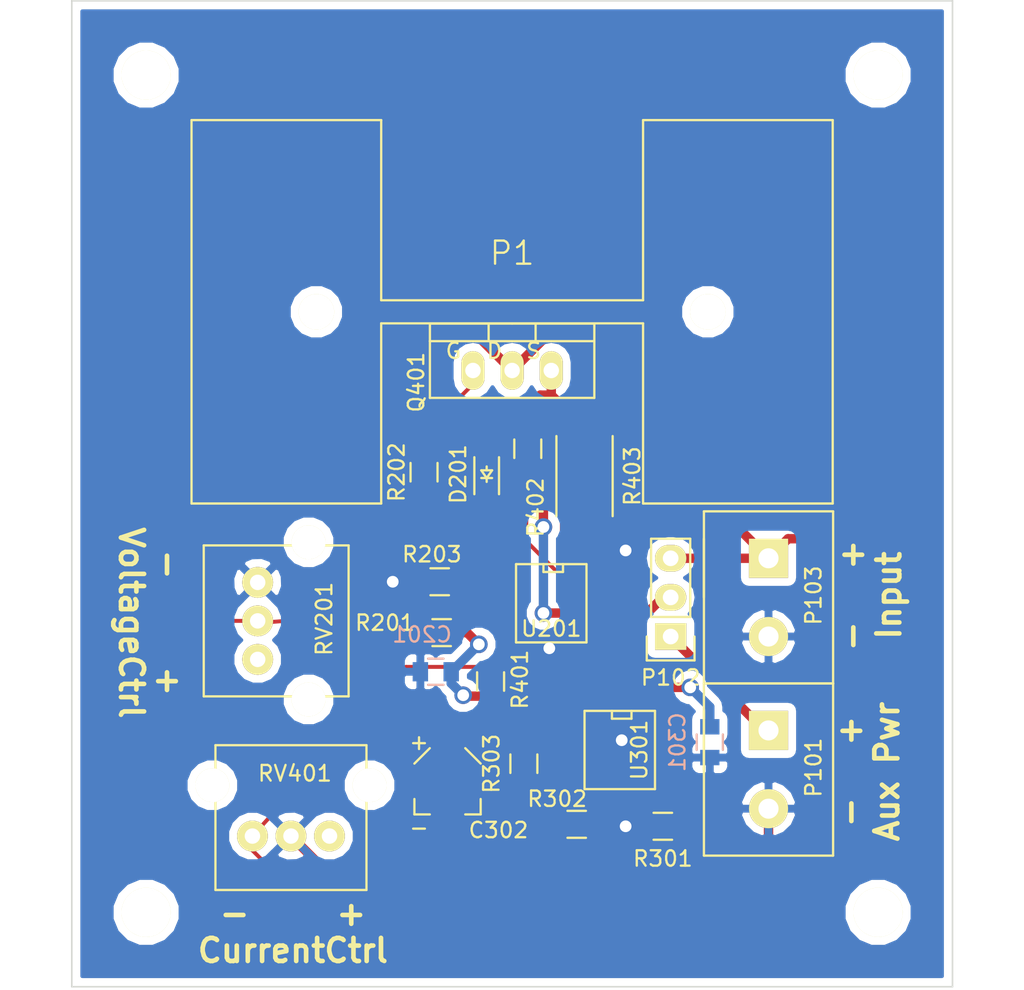
<source format=kicad_pcb>
(kicad_pcb (version 4) (host pcbnew 4.0.2-stable)

  (general
    (links 52)
    (no_connects 0)
    (area 93.514057 27.4632 160.485943 92.5288)
    (thickness 1.6)
    (drawings 8)
    (tracks 147)
    (zones 0)
    (modules 36)
    (nets 17)
  )

  (page A4)
  (layers
    (0 F.Cu signal)
    (31 B.Cu signal)
    (32 B.Adhes user)
    (33 F.Adhes user)
    (34 B.Paste user)
    (35 F.Paste user)
    (36 B.SilkS user)
    (37 F.SilkS user)
    (38 B.Mask user)
    (39 F.Mask user)
    (40 Dwgs.User user)
    (41 Cmts.User user)
    (42 Eco1.User user)
    (43 Eco2.User user)
    (44 Edge.Cuts user)
    (45 Margin user)
    (46 B.CrtYd user)
    (47 F.CrtYd user)
    (48 B.Fab user)
    (49 F.Fab user)
  )

  (setup
    (last_trace_width 0.254)
    (trace_clearance 0.254)
    (zone_clearance 0.508)
    (zone_45_only yes)
    (trace_min 0.254)
    (segment_width 0.2)
    (edge_width 0.1)
    (via_size 0.889)
    (via_drill 0.635)
    (via_min_size 0.889)
    (via_min_drill 0.508)
    (uvia_size 0.508)
    (uvia_drill 0.127)
    (uvias_allowed no)
    (uvia_min_size 0.508)
    (uvia_min_drill 0.127)
    (pcb_text_width 0.3)
    (pcb_text_size 1.5 1.5)
    (mod_edge_width 0.15)
    (mod_text_size 1 1)
    (mod_text_width 0.15)
    (pad_size 1.5 1.5)
    (pad_drill 0)
    (pad_to_mask_clearance 0)
    (aux_axis_origin 0 0)
    (visible_elements FFFEDF7F)
    (pcbplotparams
      (layerselection 0x010f0_80000001)
      (usegerberextensions true)
      (excludeedgelayer true)
      (linewidth 0.100000)
      (plotframeref false)
      (viasonmask false)
      (mode 1)
      (useauxorigin false)
      (hpglpennumber 1)
      (hpglpenspeed 20)
      (hpglpendiameter 15)
      (hpglpenoverlay 2)
      (psnegative false)
      (psa4output false)
      (plotreference true)
      (plotvalue false)
      (plotinvisibletext false)
      (padsonsilk false)
      (subtractmaskfromsilk true)
      (outputformat 1)
      (mirror false)
      (drillshape 0)
      (scaleselection 1)
      (outputdirectory GERBER/))
  )

  (net 0 "")
  (net 1 2.7V)
  (net 2 GND)
  (net 3 "/Power Regulation/Vin")
  (net 4 "Net-(D201-Pad1)")
  (net 5 "/Current Control/FET_Gate")
  (net 6 "Net-(P101-Pad1)")
  (net 7 "/Current Control/Current_Sink+")
  (net 8 "Net-(Q401-PadS)")
  (net 9 "Net-(R201-Pad2)")
  (net 10 "Net-(R202-Pad2)")
  (net 11 "Net-(R301-Pad1)")
  (net 12 "Net-(R302-Pad2)")
  (net 13 "Net-(R401-Pad2)")
  (net 14 "Net-(R402-Pad2)")
  (net 15 "Net-(RV401-Pad3)")
  (net 16 "Net-(RV201-Pad3)")

  (net_class Default "This is the default net class."
    (clearance 0.254)
    (trace_width 0.254)
    (via_dia 0.889)
    (via_drill 0.635)
    (uvia_dia 0.508)
    (uvia_drill 0.127)
    (add_net "/Current Control/FET_Gate")
    (add_net "Net-(D201-Pad1)")
    (add_net "Net-(R201-Pad2)")
    (add_net "Net-(R202-Pad2)")
    (add_net "Net-(R301-Pad1)")
    (add_net "Net-(R302-Pad2)")
    (add_net "Net-(R401-Pad2)")
    (add_net "Net-(R402-Pad2)")
    (add_net "Net-(RV201-Pad3)")
    (add_net "Net-(RV401-Pad3)")
  )

  (net_class Power ""
    (clearance 0.3048)
    (trace_width 0.6096)
    (via_dia 1.143)
    (via_drill 0.762)
    (uvia_dia 0.508)
    (uvia_drill 0.127)
    (add_net "/Current Control/Current_Sink+")
    (add_net "/Power Regulation/Vin")
    (add_net 2.7V)
    (add_net GND)
    (add_net "Net-(P101-Pad1)")
    (add_net "Net-(Q401-PadS)")
  )

  (module Current:FA-T220-38E (layer F.Cu) (tedit 54DFC64A) (tstamp 57BD00B5)
    (at 127 48.26)
    (path /54DACF0C/54DFC527)
    (fp_text reference P1 (at 0 -3.81) (layer F.SilkS)
      (effects (font (size 1.5 1.5) (thickness 0.15)))
    )
    (fp_text value HEATSINK (at 0 -6.35) (layer F.Fab)
      (effects (font (size 1.5 1.5) (thickness 0.15)))
    )
    (fp_line (start -8.4963 12.446) (end -20.8026 12.446) (layer F.SilkS) (width 0.15))
    (fp_line (start 20.8026 12.446) (end 8.4963 12.446) (layer F.SilkS) (width 0.15))
    (fp_line (start 8.4963 -12.446) (end 20.8026 -12.446) (layer F.SilkS) (width 0.15))
    (fp_line (start -20.8026 -12.446) (end -8.4963 -12.446) (layer F.SilkS) (width 0.15))
    (fp_line (start 8.4963 0.7493) (end 8.4963 12.446) (layer F.SilkS) (width 0.15))
    (fp_line (start -8.4963 0.7493) (end -8.4963 12.446) (layer F.SilkS) (width 0.15))
    (fp_line (start -8.4963 -0.7493) (end -8.4963 -12.446) (layer F.SilkS) (width 0.15))
    (fp_line (start 8.4963 -0.7493) (end 8.4963 -12.446) (layer F.SilkS) (width 0.15))
    (fp_line (start -8.4963 0.7493) (end 8.4963 0.7493) (layer F.SilkS) (width 0.15))
    (fp_line (start -8.4963 -0.7493) (end 8.4963 -0.7493) (layer F.SilkS) (width 0.15))
    (fp_line (start 20.8026 -12.446) (end 20.8026 12.446) (layer F.SilkS) (width 0.15))
    (fp_line (start -20.8026 12.446) (end -20.8026 -12.446) (layer F.SilkS) (width 0.15))
    (pad "" np_thru_hole circle (at -12.7 0) (size 2.3114 2.3114) (drill 2.3114) (layers *.Cu *.Mask F.SilkS))
    (pad "" np_thru_hole circle (at 12.7 0) (size 2.3114 2.3114) (drill 2.3114) (layers *.Cu *.Mask F.SilkS))
  )

  (module Current:Terminal_Block_200_mil (layer F.Cu) (tedit 57C5B7D1) (tstamp 57BD00C8)
    (at 143.637 66.802 270)
    (descr "Through hole pin header")
    (tags "pin header")
    (path /54CEA02B)
    (fp_text reference P103 (at -0.127 -2.921 270) (layer F.SilkS)
      (effects (font (size 1 1) (thickness 0.15)))
    )
    (fp_text value CONN_01X02 (at 0.254 3.048 270) (layer F.SilkS) hide
      (effects (font (size 1 1) (thickness 0.15)))
    )
    (fp_line (start -5.588 -4.191) (end -5.588 4.191) (layer F.SilkS) (width 0.15))
    (fp_line (start -3.81 4.191) (end 0 4.191) (layer F.SilkS) (width 0.15))
    (fp_line (start -5.588 4.191) (end 5.588 4.191) (layer F.SilkS) (width 0.15))
    (fp_line (start 5.588 4.191) (end 5.588 -4.191) (layer F.SilkS) (width 0.15))
    (fp_line (start 5.588 -4.191) (end -5.588 -4.191) (layer F.SilkS) (width 0.15))
    (pad 1 thru_hole rect (at -2.54 0 270) (size 2.54 2.54) (drill 1.30048) (layers *.Cu *.Mask F.SilkS)
      (net 7 "/Current Control/Current_Sink+"))
    (pad 2 thru_hole oval (at 2.54 0 270) (size 2.54 2.54) (drill 1.30048) (layers *.Cu *.Mask F.SilkS)
      (net 2 GND))
    (model Pin_Headers/Pin_Header_Straight_1x02.wrl
      (at (xyz 0 0 0))
      (scale (xyz 1 1 1))
      (rotate (xyz 0 0 0))
    )
  )

  (module Capacitors_SMD:C_0805 (layer B.Cu) (tedit 57C5B821) (tstamp 57BD009D)
    (at 122.047 71.628 180)
    (descr "Capacitor SMD 0805, reflow soldering, AVX (see smccp.pdf)")
    (tags "capacitor 0805")
    (path /54DACEE9/57B0D6FD)
    (attr smd)
    (fp_text reference C201 (at 0.889 2.413 180) (layer B.SilkS)
      (effects (font (size 1 1) (thickness 0.15)) (justify mirror))
    )
    (fp_text value .1 (at 0 -2.1 180) (layer B.Fab)
      (effects (font (size 1 1) (thickness 0.15)) (justify mirror))
    )
    (fp_line (start -1.8 1) (end 1.8 1) (layer B.CrtYd) (width 0.05))
    (fp_line (start -1.8 -1) (end 1.8 -1) (layer B.CrtYd) (width 0.05))
    (fp_line (start -1.8 1) (end -1.8 -1) (layer B.CrtYd) (width 0.05))
    (fp_line (start 1.8 1) (end 1.8 -1) (layer B.CrtYd) (width 0.05))
    (fp_line (start 0.5 0.85) (end -0.5 0.85) (layer B.SilkS) (width 0.15))
    (fp_line (start -0.5 -0.85) (end 0.5 -0.85) (layer B.SilkS) (width 0.15))
    (pad 1 smd rect (at -1 0 180) (size 1 1.25) (layers B.Cu B.Paste B.Mask)
      (net 1 2.7V))
    (pad 2 smd rect (at 1 0 180) (size 1 1.25) (layers B.Cu B.Paste B.Mask)
      (net 2 GND))
    (model Capacitors_SMD.3dshapes/C_0805.wrl
      (at (xyz 0 0 0))
      (scale (xyz 1 1 1))
      (rotate (xyz 0 0 0))
    )
  )

  (module Capacitors_SMD:C_0805 (layer B.Cu) (tedit 5415D6EA) (tstamp 57BD00A3)
    (at 139.827 76.2 270)
    (descr "Capacitor SMD 0805, reflow soldering, AVX (see smccp.pdf)")
    (tags "capacitor 0805")
    (path /54DACF20/57B0D032)
    (attr smd)
    (fp_text reference C301 (at 0 2.1 270) (layer B.SilkS)
      (effects (font (size 1 1) (thickness 0.15)) (justify mirror))
    )
    (fp_text value .1 (at 0 -2.1 270) (layer B.Fab)
      (effects (font (size 1 1) (thickness 0.15)) (justify mirror))
    )
    (fp_line (start -1.8 1) (end 1.8 1) (layer B.CrtYd) (width 0.05))
    (fp_line (start -1.8 -1) (end 1.8 -1) (layer B.CrtYd) (width 0.05))
    (fp_line (start -1.8 1) (end -1.8 -1) (layer B.CrtYd) (width 0.05))
    (fp_line (start 1.8 1) (end 1.8 -1) (layer B.CrtYd) (width 0.05))
    (fp_line (start 0.5 0.85) (end -0.5 0.85) (layer B.SilkS) (width 0.15))
    (fp_line (start -0.5 -0.85) (end 0.5 -0.85) (layer B.SilkS) (width 0.15))
    (pad 1 smd rect (at -1 0 270) (size 1 1.25) (layers B.Cu B.Paste B.Mask)
      (net 3 "/Power Regulation/Vin"))
    (pad 2 smd rect (at 1 0 270) (size 1 1.25) (layers B.Cu B.Paste B.Mask)
      (net 2 GND))
    (model Capacitors_SMD.3dshapes/C_0805.wrl
      (at (xyz 0 0 0))
      (scale (xyz 1 1 1))
      (rotate (xyz 0 0 0))
    )
  )

  (module Current:PCE3867CT-ND (layer F.Cu) (tedit 57C5B789) (tstamp 57BD00A9)
    (at 122.809 78.74 180)
    (path /54DACF20/57B34636)
    (fp_text reference C302 (at -3.302 -3.175 180) (layer F.SilkS)
      (effects (font (size 1 1) (thickness 0.15)))
    )
    (fp_text value 100 (at 0 -4.7 180) (layer F.Fab) hide
      (effects (font (size 1 1) (thickness 0.15)))
    )
    (fp_line (start 1.15 2.15) (end 2.15 1.15) (layer F.SilkS) (width 0.15))
    (fp_line (start -2.15 1.15) (end -1.15 2.15) (layer F.SilkS) (width 0.15))
    (fp_text user - (at 1.85 -3 180) (layer F.SilkS)
      (effects (font (size 1 1) (thickness 0.15)))
    )
    (fp_line (start 1.15 -2.15) (end 2.15 -2.15) (layer F.SilkS) (width 0.15))
    (fp_line (start 2.15 -2.15) (end 2.15 -1.15) (layer F.SilkS) (width 0.15))
    (fp_line (start -2.15 -2.15) (end -1.15 -2.15) (layer F.SilkS) (width 0.15))
    (fp_line (start -2.15 -2.15) (end -2.15 -1.15) (layer F.SilkS) (width 0.15))
    (fp_text user + (at 1.85 2.55 180) (layer F.SilkS)
      (effects (font (size 1 1) (thickness 0.15)))
    )
    (pad 1 smd rect (at 0 2.15 180) (size 1.6 2.8) (layers F.Cu F.Paste F.Mask)
      (net 1 2.7V))
    (pad 2 smd rect (at 0 -2.15 180) (size 1.6 2.8) (layers F.Cu F.Paste F.Mask)
      (net 2 GND))
  )

  (module Diodes_SMD:SOD-323 (layer F.Cu) (tedit 5530FC5E) (tstamp 57BD00AF)
    (at 125.349 58.801 90)
    (descr SOD-323)
    (tags SOD-323)
    (path /54DACEE9/57BA579F)
    (attr smd)
    (fp_text reference D201 (at 0 -1.85 90) (layer F.SilkS)
      (effects (font (size 1 1) (thickness 0.15)))
    )
    (fp_text value 1N4148 (at 0.1 1.9 90) (layer F.Fab)
      (effects (font (size 1 1) (thickness 0.15)))
    )
    (fp_line (start 0.25 0) (end 0.5 0) (layer F.SilkS) (width 0.15))
    (fp_line (start -0.25 0) (end -0.5 0) (layer F.SilkS) (width 0.15))
    (fp_line (start -0.25 0) (end 0.25 -0.35) (layer F.SilkS) (width 0.15))
    (fp_line (start 0.25 -0.35) (end 0.25 0.35) (layer F.SilkS) (width 0.15))
    (fp_line (start 0.25 0.35) (end -0.25 0) (layer F.SilkS) (width 0.15))
    (fp_line (start -0.25 -0.35) (end -0.25 0.35) (layer F.SilkS) (width 0.15))
    (fp_line (start -1.5 -0.95) (end 1.5 -0.95) (layer F.CrtYd) (width 0.05))
    (fp_line (start 1.5 -0.95) (end 1.5 0.95) (layer F.CrtYd) (width 0.05))
    (fp_line (start -1.5 0.95) (end 1.5 0.95) (layer F.CrtYd) (width 0.05))
    (fp_line (start -1.5 -0.95) (end -1.5 0.95) (layer F.CrtYd) (width 0.05))
    (fp_line (start -1.3 0.8) (end 1.1 0.8) (layer F.SilkS) (width 0.15))
    (fp_line (start -1.3 -0.8) (end 1.1 -0.8) (layer F.SilkS) (width 0.15))
    (pad 1 smd rect (at -1.055 0 90) (size 0.59 0.45) (layers F.Cu F.Paste F.Mask)
      (net 4 "Net-(D201-Pad1)"))
    (pad 2 smd rect (at 1.055 0 90) (size 0.59 0.45) (layers F.Cu F.Paste F.Mask)
      (net 5 "/Current Control/FET_Gate"))
    (model Diodes_SMD.3dshapes/SOD-323.wrl
      (at (xyz 0 0 0))
      (scale (xyz 1 1 1))
      (rotate (xyz 0 0 180))
    )
  )

  (module Current:Terminal_Block_200_mil (layer F.Cu) (tedit 57C5B7CD) (tstamp 57BD00BB)
    (at 143.637 77.978 270)
    (descr "Through hole pin header")
    (tags "pin header")
    (path /54D858EB)
    (fp_text reference P101 (at -0.127 -2.921 270) (layer F.SilkS)
      (effects (font (size 1 1) (thickness 0.15)))
    )
    (fp_text value CONN_01X02 (at 0.254 3.048 270) (layer F.SilkS) hide
      (effects (font (size 1 1) (thickness 0.15)))
    )
    (fp_line (start -5.588 -4.191) (end -5.588 4.191) (layer F.SilkS) (width 0.15))
    (fp_line (start -3.81 4.191) (end 0 4.191) (layer F.SilkS) (width 0.15))
    (fp_line (start -5.588 4.191) (end 5.588 4.191) (layer F.SilkS) (width 0.15))
    (fp_line (start 5.588 4.191) (end 5.588 -4.191) (layer F.SilkS) (width 0.15))
    (fp_line (start 5.588 -4.191) (end -5.588 -4.191) (layer F.SilkS) (width 0.15))
    (pad 1 thru_hole rect (at -2.54 0 270) (size 2.54 2.54) (drill 1.30048) (layers *.Cu *.Mask F.SilkS)
      (net 6 "Net-(P101-Pad1)"))
    (pad 2 thru_hole oval (at 2.54 0 270) (size 2.54 2.54) (drill 1.30048) (layers *.Cu *.Mask F.SilkS)
      (net 2 GND))
    (model Pin_Headers/Pin_Header_Straight_1x02.wrl
      (at (xyz 0 0 0))
      (scale (xyz 1 1 1))
      (rotate (xyz 0 0 0))
    )
  )

  (module Pin_Headers:Pin_Header_Straight_1x03 (layer F.Cu) (tedit 57C8BB01) (tstamp 57BD00C2)
    (at 137.287 69.342 180)
    (descr "Through hole pin header")
    (tags "pin header")
    (path /54D855F7)
    (fp_text reference P102 (at 0 -2.667 180) (layer F.SilkS)
      (effects (font (size 1 1) (thickness 0.15)))
    )
    (fp_text value CONN_01X03 (at 0 -3.1 180) (layer F.Fab)
      (effects (font (size 1 1) (thickness 0.15)))
    )
    (fp_line (start -1.75 -1.75) (end -1.75 6.85) (layer F.CrtYd) (width 0.05))
    (fp_line (start 1.75 -1.75) (end 1.75 6.85) (layer F.CrtYd) (width 0.05))
    (fp_line (start -1.75 -1.75) (end 1.75 -1.75) (layer F.CrtYd) (width 0.05))
    (fp_line (start -1.75 6.85) (end 1.75 6.85) (layer F.CrtYd) (width 0.05))
    (fp_line (start -1.27 1.27) (end -1.27 6.35) (layer F.SilkS) (width 0.15))
    (fp_line (start -1.27 6.35) (end 1.27 6.35) (layer F.SilkS) (width 0.15))
    (fp_line (start 1.27 6.35) (end 1.27 1.27) (layer F.SilkS) (width 0.15))
    (fp_line (start 1.55 -1.55) (end 1.55 0) (layer F.SilkS) (width 0.15))
    (fp_line (start 1.27 1.27) (end -1.27 1.27) (layer F.SilkS) (width 0.15))
    (fp_line (start -1.55 0) (end -1.55 -1.55) (layer F.SilkS) (width 0.15))
    (fp_line (start -1.55 -1.55) (end 1.55 -1.55) (layer F.SilkS) (width 0.15))
    (pad 1 thru_hole rect (at 0 0 180) (size 2.032 1.7272) (drill 1.016) (layers *.Cu *.Mask F.SilkS)
      (net 6 "Net-(P101-Pad1)"))
    (pad 2 thru_hole oval (at 0 2.54 180) (size 2.032 1.7272) (drill 1.016) (layers *.Cu *.Mask F.SilkS)
      (net 3 "/Power Regulation/Vin"))
    (pad 3 thru_hole oval (at 0 5.08 180) (size 2.032 1.7272) (drill 1.016) (layers *.Cu *.Mask F.SilkS)
      (net 7 "/Current Control/Current_Sink+"))
    (model Pin_Headers.3dshapes/Pin_Header_Straight_1x03.wrl
      (at (xyz 0 -0.1 0))
      (scale (xyz 1 1 1))
      (rotate (xyz 0 0 90))
    )
  )

  (module Current:TO-220_FET-GDS_Vertical (layer F.Cu) (tedit 57C85E17) (tstamp 57BD00CF)
    (at 127 52.07)
    (descr "TO-220, FET-GDS, Vertical,")
    (tags "TO-220, FET-GDS, Vertical,")
    (path /54DACF0C/54DADC74)
    (fp_text reference Q401 (at -6.223 0.762 90) (layer F.SilkS)
      (effects (font (size 1 1) (thickness 0.15)))
    )
    (fp_text value BUK9575 (at 0 3.81) (layer F.SilkS) hide
      (effects (font (size 1 1) (thickness 0.15)))
    )
    (fp_text user S (at 1.397 -1.27) (layer F.SilkS)
      (effects (font (size 1 1) (thickness 0.15)))
    )
    (fp_text user D (at -1.143 -1.27) (layer F.SilkS)
      (effects (font (size 1 1) (thickness 0.15)))
    )
    (fp_text user G (at -3.81 -1.27) (layer F.SilkS)
      (effects (font (size 1 1) (thickness 0.15)))
    )
    (fp_line (start -1.524 -3.048) (end -1.524 -1.905) (layer F.SilkS) (width 0.15))
    (fp_line (start 1.524 -3.048) (end 1.524 -1.905) (layer F.SilkS) (width 0.15))
    (fp_line (start 5.334 -1.905) (end 5.334 1.778) (layer F.SilkS) (width 0.15))
    (fp_line (start 5.334 1.778) (end -5.334 1.778) (layer F.SilkS) (width 0.15))
    (fp_line (start -5.334 1.778) (end -5.334 -1.905) (layer F.SilkS) (width 0.15))
    (fp_line (start 5.334 -3.048) (end 5.334 -1.905) (layer F.SilkS) (width 0.15))
    (fp_line (start 5.334 -1.905) (end -5.334 -1.905) (layer F.SilkS) (width 0.15))
    (fp_line (start -5.334 -1.905) (end -5.334 -3.048) (layer F.SilkS) (width 0.15))
    (fp_line (start 0 -3.048) (end -5.334 -3.048) (layer F.SilkS) (width 0.15))
    (fp_line (start 0 -3.048) (end 5.334 -3.048) (layer F.SilkS) (width 0.15))
    (pad D thru_hole oval (at 0 0 90) (size 2.49936 1.50114) (drill 1.00076) (layers *.Cu *.Mask F.SilkS)
      (net 7 "/Current Control/Current_Sink+"))
    (pad G thru_hole oval (at -2.54 0 90) (size 2.49936 1.50114) (drill 1.00076) (layers *.Cu *.Mask F.SilkS)
      (net 5 "/Current Control/FET_Gate"))
    (pad S thru_hole oval (at 2.54 0 90) (size 2.49936 1.50114) (drill 1.00076) (layers *.Cu *.Mask F.SilkS)
      (net 8 "Net-(Q401-PadS)"))
    (model Transistors_TO-220/TO-220_FET-GDS_Vertical.wrl
      (at (xyz 0 0 0))
      (scale (xyz 0.3937 0.3937 0.3937))
      (rotate (xyz 0 0 0))
    )
  )

  (module Resistors_SMD:R_0805 (layer F.Cu) (tedit 57C5B754) (tstamp 57BD00D5)
    (at 122.428 69.088 180)
    (descr "Resistor SMD 0805, reflow soldering, Vishay (see dcrcw.pdf)")
    (tags "resistor 0805")
    (path /54DACEE9/54DB1D0A)
    (attr smd)
    (fp_text reference R201 (at 3.683 0.635 180) (layer F.SilkS)
      (effects (font (size 1 1) (thickness 0.15)))
    )
    (fp_text value 3.3K (at 0 2.1 180) (layer F.Fab)
      (effects (font (size 1 1) (thickness 0.15)))
    )
    (fp_line (start -1.6 -1) (end 1.6 -1) (layer F.CrtYd) (width 0.05))
    (fp_line (start -1.6 1) (end 1.6 1) (layer F.CrtYd) (width 0.05))
    (fp_line (start -1.6 -1) (end -1.6 1) (layer F.CrtYd) (width 0.05))
    (fp_line (start 1.6 -1) (end 1.6 1) (layer F.CrtYd) (width 0.05))
    (fp_line (start 0.6 0.875) (end -0.6 0.875) (layer F.SilkS) (width 0.15))
    (fp_line (start -0.6 -0.875) (end 0.6 -0.875) (layer F.SilkS) (width 0.15))
    (pad 1 smd rect (at -0.95 0 180) (size 0.7 1.3) (layers F.Cu F.Paste F.Mask)
      (net 1 2.7V))
    (pad 2 smd rect (at 0.95 0 180) (size 0.7 1.3) (layers F.Cu F.Paste F.Mask)
      (net 9 "Net-(R201-Pad2)"))
    (model Resistors_SMD.3dshapes/R_0805.wrl
      (at (xyz 0 0 0))
      (scale (xyz 1 1 1))
      (rotate (xyz 0 0 0))
    )
  )

  (module Resistors_SMD:R_0805 (layer F.Cu) (tedit 57C5B700) (tstamp 57BD00DB)
    (at 121.285 58.674 270)
    (descr "Resistor SMD 0805, reflow soldering, Vishay (see dcrcw.pdf)")
    (tags "resistor 0805")
    (path /54DACEE9/54DB1EC2)
    (attr smd)
    (fp_text reference R202 (at 0 1.778 270) (layer F.SilkS)
      (effects (font (size 1 1) (thickness 0.15)))
    )
    (fp_text value 9K (at 0 2.1 270) (layer F.Fab)
      (effects (font (size 1 1) (thickness 0.15)))
    )
    (fp_line (start -1.6 -1) (end 1.6 -1) (layer F.CrtYd) (width 0.05))
    (fp_line (start -1.6 1) (end 1.6 1) (layer F.CrtYd) (width 0.05))
    (fp_line (start -1.6 -1) (end -1.6 1) (layer F.CrtYd) (width 0.05))
    (fp_line (start 1.6 -1) (end 1.6 1) (layer F.CrtYd) (width 0.05))
    (fp_line (start 0.6 0.875) (end -0.6 0.875) (layer F.SilkS) (width 0.15))
    (fp_line (start -0.6 -0.875) (end 0.6 -0.875) (layer F.SilkS) (width 0.15))
    (pad 1 smd rect (at -0.95 0 270) (size 0.7 1.3) (layers F.Cu F.Paste F.Mask)
      (net 7 "/Current Control/Current_Sink+"))
    (pad 2 smd rect (at 0.95 0 270) (size 0.7 1.3) (layers F.Cu F.Paste F.Mask)
      (net 10 "Net-(R202-Pad2)"))
    (model Resistors_SMD.3dshapes/R_0805.wrl
      (at (xyz 0 0 0))
      (scale (xyz 1 1 1))
      (rotate (xyz 0 0 0))
    )
  )

  (module Resistors_SMD:R_0805 (layer F.Cu) (tedit 57C85DF4) (tstamp 57BD00E1)
    (at 122.301 65.786 180)
    (descr "Resistor SMD 0805, reflow soldering, Vishay (see dcrcw.pdf)")
    (tags "resistor 0805")
    (path /54DACEE9/54DB1F3A)
    (attr smd)
    (fp_text reference R203 (at 0.508 1.778 180) (layer F.SilkS)
      (effects (font (size 1 1) (thickness 0.15)))
    )
    (fp_text value 1K (at 0 2.1 180) (layer F.Fab)
      (effects (font (size 1 1) (thickness 0.15)))
    )
    (fp_line (start -1.6 -1) (end 1.6 -1) (layer F.CrtYd) (width 0.05))
    (fp_line (start -1.6 1) (end 1.6 1) (layer F.CrtYd) (width 0.05))
    (fp_line (start -1.6 -1) (end -1.6 1) (layer F.CrtYd) (width 0.05))
    (fp_line (start 1.6 -1) (end 1.6 1) (layer F.CrtYd) (width 0.05))
    (fp_line (start 0.6 0.875) (end -0.6 0.875) (layer F.SilkS) (width 0.15))
    (fp_line (start -0.6 -0.875) (end 0.6 -0.875) (layer F.SilkS) (width 0.15))
    (pad 1 smd rect (at -0.95 0 180) (size 0.7 1.3) (layers F.Cu F.Paste F.Mask)
      (net 10 "Net-(R202-Pad2)"))
    (pad 2 smd rect (at 0.95 0 180) (size 0.7 1.3) (layers F.Cu F.Paste F.Mask)
      (net 2 GND))
    (model Resistors_SMD.3dshapes/R_0805.wrl
      (at (xyz 0 0 0))
      (scale (xyz 1 1 1))
      (rotate (xyz 0 0 0))
    )
  )

  (module Resistors_SMD:R_0805 (layer F.Cu) (tedit 5415CDEB) (tstamp 57BD00E7)
    (at 136.779 81.661 180)
    (descr "Resistor SMD 0805, reflow soldering, Vishay (see dcrcw.pdf)")
    (tags "resistor 0805")
    (path /54DACF20/54DAF11D)
    (attr smd)
    (fp_text reference R301 (at 0 -2.1 180) (layer F.SilkS)
      (effects (font (size 1 1) (thickness 0.15)))
    )
    (fp_text value 0 (at 0 2.1 180) (layer F.Fab)
      (effects (font (size 1 1) (thickness 0.15)))
    )
    (fp_line (start -1.6 -1) (end 1.6 -1) (layer F.CrtYd) (width 0.05))
    (fp_line (start -1.6 1) (end 1.6 1) (layer F.CrtYd) (width 0.05))
    (fp_line (start -1.6 -1) (end -1.6 1) (layer F.CrtYd) (width 0.05))
    (fp_line (start 1.6 -1) (end 1.6 1) (layer F.CrtYd) (width 0.05))
    (fp_line (start 0.6 0.875) (end -0.6 0.875) (layer F.SilkS) (width 0.15))
    (fp_line (start -0.6 -0.875) (end 0.6 -0.875) (layer F.SilkS) (width 0.15))
    (pad 1 smd rect (at -0.95 0 180) (size 0.7 1.3) (layers F.Cu F.Paste F.Mask)
      (net 11 "Net-(R301-Pad1)"))
    (pad 2 smd rect (at 0.95 0 180) (size 0.7 1.3) (layers F.Cu F.Paste F.Mask)
      (net 2 GND))
    (model Resistors_SMD.3dshapes/R_0805.wrl
      (at (xyz 0 0 0))
      (scale (xyz 1 1 1))
      (rotate (xyz 0 0 0))
    )
  )

  (module Resistors_SMD:R_0805 (layer F.Cu) (tedit 57C5BCBC) (tstamp 57BD00ED)
    (at 131.191 81.534)
    (descr "Resistor SMD 0805, reflow soldering, Vishay (see dcrcw.pdf)")
    (tags "resistor 0805")
    (path /54DACF20/54DAF13B)
    (attr smd)
    (fp_text reference R302 (at -1.27 -1.651) (layer F.SilkS)
      (effects (font (size 1 1) (thickness 0.15)))
    )
    (fp_text value 27K (at 0 2.1) (layer F.Fab)
      (effects (font (size 1 1) (thickness 0.15)))
    )
    (fp_line (start -1.6 -1) (end 1.6 -1) (layer F.CrtYd) (width 0.05))
    (fp_line (start -1.6 1) (end 1.6 1) (layer F.CrtYd) (width 0.05))
    (fp_line (start -1.6 -1) (end -1.6 1) (layer F.CrtYd) (width 0.05))
    (fp_line (start 1.6 -1) (end 1.6 1) (layer F.CrtYd) (width 0.05))
    (fp_line (start 0.6 0.875) (end -0.6 0.875) (layer F.SilkS) (width 0.15))
    (fp_line (start -0.6 -0.875) (end 0.6 -0.875) (layer F.SilkS) (width 0.15))
    (pad 1 smd rect (at -0.95 0) (size 0.7 1.3) (layers F.Cu F.Paste F.Mask)
      (net 1 2.7V))
    (pad 2 smd rect (at 0.95 0) (size 0.7 1.3) (layers F.Cu F.Paste F.Mask)
      (net 12 "Net-(R302-Pad2)"))
    (model Resistors_SMD.3dshapes/R_0805.wrl
      (at (xyz 0 0 0))
      (scale (xyz 1 1 1))
      (rotate (xyz 0 0 0))
    )
  )

  (module Resistors_SMD:R_0805 (layer F.Cu) (tedit 5415CDEB) (tstamp 57BD00F3)
    (at 127.762 77.597 90)
    (descr "Resistor SMD 0805, reflow soldering, Vishay (see dcrcw.pdf)")
    (tags "resistor 0805")
    (path /54DACF20/54DAF142)
    (attr smd)
    (fp_text reference R303 (at 0 -2.1 90) (layer F.SilkS)
      (effects (font (size 1 1) (thickness 0.15)))
    )
    (fp_text value 21.6K (at 0 2.1 90) (layer F.Fab)
      (effects (font (size 1 1) (thickness 0.15)))
    )
    (fp_line (start -1.6 -1) (end 1.6 -1) (layer F.CrtYd) (width 0.05))
    (fp_line (start -1.6 1) (end 1.6 1) (layer F.CrtYd) (width 0.05))
    (fp_line (start -1.6 -1) (end -1.6 1) (layer F.CrtYd) (width 0.05))
    (fp_line (start 1.6 -1) (end 1.6 1) (layer F.CrtYd) (width 0.05))
    (fp_line (start 0.6 0.875) (end -0.6 0.875) (layer F.SilkS) (width 0.15))
    (fp_line (start -0.6 -0.875) (end 0.6 -0.875) (layer F.SilkS) (width 0.15))
    (pad 1 smd rect (at -0.95 0 90) (size 0.7 1.3) (layers F.Cu F.Paste F.Mask)
      (net 12 "Net-(R302-Pad2)"))
    (pad 2 smd rect (at 0.95 0 90) (size 0.7 1.3) (layers F.Cu F.Paste F.Mask)
      (net 2 GND))
    (model Resistors_SMD.3dshapes/R_0805.wrl
      (at (xyz 0 0 0))
      (scale (xyz 1 1 1))
      (rotate (xyz 0 0 0))
    )
  )

  (module Resistors_SMD:R_0805 (layer F.Cu) (tedit 57C859DB) (tstamp 57BD00F9)
    (at 125.603 72.263 90)
    (descr "Resistor SMD 0805, reflow soldering, Vishay (see dcrcw.pdf)")
    (tags "resistor 0805")
    (path /54DACF0C/54DADC7B)
    (attr smd)
    (fp_text reference R401 (at 0.127 1.905 270) (layer F.SilkS)
      (effects (font (size 1 1) (thickness 0.15)))
    )
    (fp_text value 68K (at 0 2.1 90) (layer F.Fab)
      (effects (font (size 1 1) (thickness 0.15)))
    )
    (fp_line (start -1.6 -1) (end 1.6 -1) (layer F.CrtYd) (width 0.05))
    (fp_line (start -1.6 1) (end 1.6 1) (layer F.CrtYd) (width 0.05))
    (fp_line (start -1.6 -1) (end -1.6 1) (layer F.CrtYd) (width 0.05))
    (fp_line (start 1.6 -1) (end 1.6 1) (layer F.CrtYd) (width 0.05))
    (fp_line (start 0.6 0.875) (end -0.6 0.875) (layer F.SilkS) (width 0.15))
    (fp_line (start -0.6 -0.875) (end 0.6 -0.875) (layer F.SilkS) (width 0.15))
    (pad 1 smd rect (at -0.95 0 90) (size 0.7 1.3) (layers F.Cu F.Paste F.Mask)
      (net 1 2.7V))
    (pad 2 smd rect (at 0.95 0 90) (size 0.7 1.3) (layers F.Cu F.Paste F.Mask)
      (net 13 "Net-(R401-Pad2)"))
    (model Resistors_SMD.3dshapes/R_0805.wrl
      (at (xyz 0 0 0))
      (scale (xyz 1 1 1))
      (rotate (xyz 0 0 0))
    )
  )

  (module Resistors_SMD:R_0805 (layer F.Cu) (tedit 57C8BCE1) (tstamp 57BD00FF)
    (at 128.016 57.15 270)
    (descr "Resistor SMD 0805, reflow soldering, Vishay (see dcrcw.pdf)")
    (tags "resistor 0805")
    (path /54DACF0C/54DAE31B)
    (attr smd)
    (fp_text reference R402 (at 3.81 -0.508 270) (layer F.SilkS)
      (effects (font (size 1 1) (thickness 0.15)))
    )
    (fp_text value 1K (at 0 2.1 270) (layer F.Fab)
      (effects (font (size 1 1) (thickness 0.15)))
    )
    (fp_line (start -1.6 -1) (end 1.6 -1) (layer F.CrtYd) (width 0.05))
    (fp_line (start -1.6 1) (end 1.6 1) (layer F.CrtYd) (width 0.05))
    (fp_line (start -1.6 -1) (end -1.6 1) (layer F.CrtYd) (width 0.05))
    (fp_line (start 1.6 -1) (end 1.6 1) (layer F.CrtYd) (width 0.05))
    (fp_line (start 0.6 0.875) (end -0.6 0.875) (layer F.SilkS) (width 0.15))
    (fp_line (start -0.6 -0.875) (end 0.6 -0.875) (layer F.SilkS) (width 0.15))
    (pad 1 smd rect (at -0.95 0 270) (size 0.7 1.3) (layers F.Cu F.Paste F.Mask)
      (net 5 "/Current Control/FET_Gate"))
    (pad 2 smd rect (at 0.95 0 270) (size 0.7 1.3) (layers F.Cu F.Paste F.Mask)
      (net 14 "Net-(R402-Pad2)"))
    (model Resistors_SMD.3dshapes/R_0805.wrl
      (at (xyz 0 0 0))
      (scale (xyz 1 1 1))
      (rotate (xyz 0 0 0))
    )
  )

  (module Current:P090L-02F25BR10K (layer F.Cu) (tedit 57C5B7E2) (tstamp 57BD010E)
    (at 110.49 68.326 270)
    (path /54DACEE9/54DB1D22)
    (fp_text reference RV201 (at -0.127 -4.318 450) (layer F.SilkS)
      (effects (font (size 1.016 1.016) (thickness 0.15)))
    )
    (fp_text value 10K (at 0 -9.906 270) (layer F.Fab) hide
      (effects (font (size 1.5 1.5) (thickness 0.15)))
    )
    (fp_line (start -1.778 3.556) (end -1.778 8.89) (layer Eco1.User) (width 0.15))
    (fp_line (start -1.778 8.89) (end 2.54 8.89) (layer Eco1.User) (width 0.15))
    (fp_line (start 2.54 8.89) (end 2.54 3.556) (layer Eco1.User) (width 0.15))
    (fp_line (start -4.9 -5.9) (end 4.9 -5.9) (layer F.SilkS) (width 0.15))
    (fp_line (start -4.9 3.5) (end 4.9 3.5) (layer F.SilkS) (width 0.15))
    (fp_line (start 4.9 -5.9) (end 4.9 3.5) (layer F.SilkS) (width 0.15))
    (fp_line (start -4.9 -5.9) (end -4.9 3.5) (layer F.SilkS) (width 0.15))
    (pad 3 thru_hole circle (at 2.5 0 270) (size 2 2) (drill 1) (layers *.Cu *.Mask F.SilkS)
      (net 16 "Net-(RV201-Pad3)"))
    (pad 2 thru_hole circle (at 0 0 270) (size 2 2) (drill 1) (layers *.Cu *.Mask F.SilkS)
      (net 9 "Net-(R201-Pad2)"))
    (pad 1 thru_hole circle (at -2.5 0 270) (size 2 2) (drill 1) (layers *.Cu *.Mask F.SilkS)
      (net 2 GND))
    (pad "" np_thru_hole circle (at 5.1 -3.3 270) (size 2.2 2.2) (drill 2.2) (layers *.Cu *.Mask F.SilkS))
    (pad "" np_thru_hole circle (at -5.1 -3.3 270) (size 2.2 2.2) (drill 2.2) (layers *.Cu *.Mask F.SilkS))
  )

  (module Current:P090L-02F25BR10K (layer F.Cu) (tedit 57C5B7EF) (tstamp 57BD0117)
    (at 112.649 82.296)
    (path /54DACF0C/54DADC9B)
    (fp_text reference RV401 (at 0.254 -4.064 180) (layer F.SilkS)
      (effects (font (size 1.016 1.016) (thickness 0.15)))
    )
    (fp_text value 10K (at 0 -9.906) (layer F.Fab) hide
      (effects (font (size 1.5 1.5) (thickness 0.15)))
    )
    (fp_line (start -1.778 3.556) (end -1.778 8.89) (layer Eco1.User) (width 0.15))
    (fp_line (start -1.778 8.89) (end 2.54 8.89) (layer Eco1.User) (width 0.15))
    (fp_line (start 2.54 8.89) (end 2.54 3.556) (layer Eco1.User) (width 0.15))
    (fp_line (start -4.9 -5.9) (end 4.9 -5.9) (layer F.SilkS) (width 0.15))
    (fp_line (start -4.9 3.5) (end 4.9 3.5) (layer F.SilkS) (width 0.15))
    (fp_line (start 4.9 -5.9) (end 4.9 3.5) (layer F.SilkS) (width 0.15))
    (fp_line (start -4.9 -5.9) (end -4.9 3.5) (layer F.SilkS) (width 0.15))
    (pad 3 thru_hole circle (at 2.5 0) (size 2 2) (drill 1) (layers *.Cu *.Mask F.SilkS)
      (net 15 "Net-(RV401-Pad3)"))
    (pad 2 thru_hole circle (at 0 0) (size 2 2) (drill 1) (layers *.Cu *.Mask F.SilkS)
      (net 2 GND))
    (pad 1 thru_hole circle (at -2.5 0) (size 2 2) (drill 1) (layers *.Cu *.Mask F.SilkS)
      (net 13 "Net-(R401-Pad2)"))
    (pad "" np_thru_hole circle (at 5.1 -3.3) (size 2.2 2.2) (drill 2.2) (layers *.Cu *.Mask F.SilkS))
    (pad "" np_thru_hole circle (at -5.1 -3.3) (size 2.2 2.2) (drill 2.2) (layers *.Cu *.Mask F.SilkS))
  )

  (module SMD_Packages:SOIC-8-N (layer F.Cu) (tedit 57C5B732) (tstamp 57BD0123)
    (at 129.54 67.183 270)
    (descr "Module Narrow CMS SOJ 8 pins large")
    (tags "CMS SOJ")
    (path /54DACEE9/54DB1D03)
    (attr smd)
    (fp_text reference U201 (at 1.651 0 360) (layer F.SilkS)
      (effects (font (size 1 1) (thickness 0.15)))
    )
    (fp_text value LMV358 (at 0 1.27 270) (layer F.Fab)
      (effects (font (size 1 1) (thickness 0.15)))
    )
    (fp_line (start -2.54 -2.286) (end 2.54 -2.286) (layer F.SilkS) (width 0.15))
    (fp_line (start 2.54 -2.286) (end 2.54 2.286) (layer F.SilkS) (width 0.15))
    (fp_line (start 2.54 2.286) (end -2.54 2.286) (layer F.SilkS) (width 0.15))
    (fp_line (start -2.54 2.286) (end -2.54 -2.286) (layer F.SilkS) (width 0.15))
    (fp_line (start -2.54 -0.762) (end -2.032 -0.762) (layer F.SilkS) (width 0.15))
    (fp_line (start -2.032 -0.762) (end -2.032 0.508) (layer F.SilkS) (width 0.15))
    (fp_line (start -2.032 0.508) (end -2.54 0.508) (layer F.SilkS) (width 0.15))
    (pad 8 smd rect (at -1.905 -3.175 270) (size 0.508 1.143) (layers F.Cu F.Paste F.Mask)
      (net 1 2.7V))
    (pad 7 smd rect (at -0.635 -3.175 270) (size 0.508 1.143) (layers F.Cu F.Paste F.Mask)
      (net 14 "Net-(R402-Pad2)"))
    (pad 6 smd rect (at 0.635 -3.175 270) (size 0.508 1.143) (layers F.Cu F.Paste F.Mask)
      (net 8 "Net-(Q401-PadS)"))
    (pad 5 smd rect (at 1.905 -3.175 270) (size 0.508 1.143) (layers F.Cu F.Paste F.Mask)
      (net 13 "Net-(R401-Pad2)"))
    (pad 4 smd rect (at 1.905 3.175 270) (size 0.508 1.143) (layers F.Cu F.Paste F.Mask)
      (net 2 GND))
    (pad 3 smd rect (at 0.635 3.175 270) (size 0.508 1.143) (layers F.Cu F.Paste F.Mask)
      (net 9 "Net-(R201-Pad2)"))
    (pad 2 smd rect (at -0.635 3.175 270) (size 0.508 1.143) (layers F.Cu F.Paste F.Mask)
      (net 10 "Net-(R202-Pad2)"))
    (pad 1 smd rect (at -1.905 3.175 270) (size 0.508 1.143) (layers F.Cu F.Paste F.Mask)
      (net 4 "Net-(D201-Pad1)"))
    (model SMD_Packages.3dshapes/SOIC-8-N.wrl
      (at (xyz 0 0 0))
      (scale (xyz 0.5 0.38 0.5))
      (rotate (xyz 0 0 0))
    )
  )

  (module SMD_Packages:SOIC-8-N (layer F.Cu) (tedit 0) (tstamp 57BD012F)
    (at 133.985 76.708 270)
    (descr "Module Narrow CMS SOJ 8 pins large")
    (tags "CMS SOJ")
    (path /54DACF20/54DAF12F)
    (attr smd)
    (fp_text reference U301 (at 0 -1.27 270) (layer F.SilkS)
      (effects (font (size 1 1) (thickness 0.15)))
    )
    (fp_text value LM2931 (at 0 1.27 270) (layer F.Fab)
      (effects (font (size 1 1) (thickness 0.15)))
    )
    (fp_line (start -2.54 -2.286) (end 2.54 -2.286) (layer F.SilkS) (width 0.15))
    (fp_line (start 2.54 -2.286) (end 2.54 2.286) (layer F.SilkS) (width 0.15))
    (fp_line (start 2.54 2.286) (end -2.54 2.286) (layer F.SilkS) (width 0.15))
    (fp_line (start -2.54 2.286) (end -2.54 -2.286) (layer F.SilkS) (width 0.15))
    (fp_line (start -2.54 -0.762) (end -2.032 -0.762) (layer F.SilkS) (width 0.15))
    (fp_line (start -2.032 -0.762) (end -2.032 0.508) (layer F.SilkS) (width 0.15))
    (fp_line (start -2.032 0.508) (end -2.54 0.508) (layer F.SilkS) (width 0.15))
    (pad 8 smd rect (at -1.905 -3.175 270) (size 0.508 1.143) (layers F.Cu F.Paste F.Mask)
      (net 3 "/Power Regulation/Vin"))
    (pad 7 smd rect (at -0.635 -3.175 270) (size 0.508 1.143) (layers F.Cu F.Paste F.Mask)
      (net 2 GND))
    (pad 6 smd rect (at 0.635 -3.175 270) (size 0.508 1.143) (layers F.Cu F.Paste F.Mask)
      (net 2 GND))
    (pad 5 smd rect (at 1.905 -3.175 270) (size 0.508 1.143) (layers F.Cu F.Paste F.Mask)
      (net 11 "Net-(R301-Pad1)"))
    (pad 4 smd rect (at 1.905 3.175 270) (size 0.508 1.143) (layers F.Cu F.Paste F.Mask)
      (net 12 "Net-(R302-Pad2)"))
    (pad 3 smd rect (at 0.635 3.175 270) (size 0.508 1.143) (layers F.Cu F.Paste F.Mask)
      (net 2 GND))
    (pad 2 smd rect (at -0.635 3.175 270) (size 0.508 1.143) (layers F.Cu F.Paste F.Mask)
      (net 2 GND))
    (pad 1 smd rect (at -1.905 3.175 270) (size 0.508 1.143) (layers F.Cu F.Paste F.Mask)
      (net 1 2.7V))
    (model SMD_Packages.3dshapes/SOIC-8-N.wrl
      (at (xyz 0 0 0))
      (scale (xyz 0.5 0.38 0.5))
      (rotate (xyz 0 0 0))
    )
  )

  (module Mounting_Holes:MountingHole_3.2mm_M3 (layer F.Cu) (tedit 57C5C036) (tstamp 57C97751)
    (at 150.749 32.893)
    (descr "Mounting Hole 3.2mm, no annular, M3")
    (tags "mounting hole 3.2mm no annular m3")
    (fp_text reference REF** (at 0 -4.2) (layer F.SilkS) hide
      (effects (font (size 1 1) (thickness 0.15)))
    )
    (fp_text value MountingHole_3.2mm_M3 (at 0 4.2) (layer F.Fab)
      (effects (font (size 1 1) (thickness 0.15)))
    )
    (fp_circle (center 0 0) (end 3.2 0) (layer Cmts.User) (width 0.15))
    (fp_circle (center 0 0) (end 3.45 0) (layer F.CrtYd) (width 0.05))
    (pad 1 np_thru_hole circle (at 0 0) (size 3.2 3.2) (drill 3.2) (layers *.Cu *.Mask F.SilkS))
  )

  (module Mounting_Holes:MountingHole_3.2mm_M3 (layer F.Cu) (tedit 57C5C0E3) (tstamp 57C9776B)
    (at 103.251 32.893)
    (descr "Mounting Hole 3.2mm, no annular, M3")
    (tags "mounting hole 3.2mm no annular m3")
    (fp_text reference REF** (at 0 -4.2) (layer F.SilkS) hide
      (effects (font (size 1 1) (thickness 0.15)))
    )
    (fp_text value MountingHole_3.2mm_M3 (at 0 4.2) (layer F.Fab)
      (effects (font (size 1 1) (thickness 0.15)))
    )
    (fp_circle (center 0 0) (end 3.2 0) (layer Cmts.User) (width 0.15))
    (fp_circle (center 0 0) (end 3.45 0) (layer F.CrtYd) (width 0.05))
    (pad 1 np_thru_hole circle (at 0 0) (size 3.2 3.2) (drill 3.2) (layers *.Cu *.Mask F.SilkS))
  )

  (module Mounting_Holes:MountingHole_3.2mm_M3 (layer F.Cu) (tedit 57C5C0D8) (tstamp 57C97778)
    (at 150.749 87.249)
    (descr "Mounting Hole 3.2mm, no annular, M3")
    (tags "mounting hole 3.2mm no annular m3")
    (fp_text reference REF** (at 0 -4.2) (layer F.SilkS) hide
      (effects (font (size 1 1) (thickness 0.15)))
    )
    (fp_text value MountingHole_3.2mm_M3 (at 0 4.2) (layer F.Fab)
      (effects (font (size 1 1) (thickness 0.15)))
    )
    (fp_circle (center 0 0) (end 3.2 0) (layer Cmts.User) (width 0.15))
    (fp_circle (center 0 0) (end 3.45 0) (layer F.CrtYd) (width 0.05))
    (pad 1 np_thru_hole circle (at 0 0) (size 3.2 3.2) (drill 3.2) (layers *.Cu *.Mask F.SilkS))
  )

  (module Mounting_Holes:MountingHole_3.2mm_M3 (layer F.Cu) (tedit 57C5C0D2) (tstamp 57C97785)
    (at 103.251 87.249)
    (descr "Mounting Hole 3.2mm, no annular, M3")
    (tags "mounting hole 3.2mm no annular m3")
    (fp_text reference REF** (at 0 -4.2) (layer F.SilkS) hide
      (effects (font (size 1 1) (thickness 0.15)))
    )
    (fp_text value MountingHole_3.2mm_M3 (at 0 4.2) (layer F.Fab)
      (effects (font (size 1 1) (thickness 0.15)))
    )
    (fp_circle (center 0 0) (end 3.2 0) (layer Cmts.User) (width 0.15))
    (fp_circle (center 0 0) (end 3.45 0) (layer F.CrtYd) (width 0.05))
    (pad 1 np_thru_hole circle (at 0 0) (size 3.2 3.2) (drill 3.2) (layers *.Cu *.Mask F.SilkS))
  )

  (module Measurement_Points:Measurement_Point_Round-SMD-Pad_Small (layer F.Cu) (tedit 57C859A8) (tstamp 57C857AD)
    (at 151.003 60.579)
    (descr "Mesurement Point, Round, SMD Pad, DM 1.5mm,")
    (tags "Mesurement Point Round SMD Pad 1.5mm")
    (path /57C85CB2)
    (attr virtual)
    (fp_text reference W101 (at 0 -2) (layer F.SilkS) hide
      (effects (font (size 1 1) (thickness 0.15)))
    )
    (fp_text value TEST_1P (at 0 2) (layer F.Fab)
      (effects (font (size 1 1) (thickness 0.15)))
    )
    (fp_circle (center 0 0) (end 1 0) (layer F.CrtYd) (width 0.05))
    (pad 1 smd circle (at 0 0) (size 1.5 1.5) (layers F.Cu F.Mask)
      (net 7 "/Current Control/Current_Sink+"))
  )

  (module Measurement_Points:Measurement_Point_Round-SMD-Pad_Small (layer F.Cu) (tedit 57C85997) (tstamp 57C857B2)
    (at 103.378 79.502)
    (descr "Mesurement Point, Round, SMD Pad, DM 1.5mm,")
    (tags "Mesurement Point Round SMD Pad 1.5mm")
    (path /54DACEE9/57C859C5)
    (attr virtual)
    (fp_text reference W201 (at 0 -2) (layer F.SilkS) hide
      (effects (font (size 1 1) (thickness 0.15)))
    )
    (fp_text value TEST_1P (at 0 2) (layer F.Fab)
      (effects (font (size 1 1) (thickness 0.15)))
    )
    (fp_circle (center 0 0) (end 1 0) (layer F.CrtYd) (width 0.05))
    (pad 1 smd circle (at 0 0) (size 1.5 1.5) (layers F.Cu F.Mask)
      (net 9 "Net-(R201-Pad2)"))
  )

  (module Measurement_Points:Measurement_Point_Round-SMD-Pad_Small (layer F.Cu) (tedit 57C8597A) (tstamp 57C857B7)
    (at 123.952 62.23)
    (descr "Mesurement Point, Round, SMD Pad, DM 1.5mm,")
    (tags "Mesurement Point Round SMD Pad 1.5mm")
    (path /54DACEE9/57C8594F)
    (attr virtual)
    (fp_text reference W202 (at 0 -2) (layer F.SilkS) hide
      (effects (font (size 1 1) (thickness 0.15)))
    )
    (fp_text value TEST_1P (at 0 2) (layer F.Fab)
      (effects (font (size 1 1) (thickness 0.15)))
    )
    (fp_circle (center 0 0) (end 1 0) (layer F.CrtYd) (width 0.05))
    (pad 1 smd circle (at 0 0) (size 1.5 1.5) (layers F.Cu F.Mask)
      (net 4 "Net-(D201-Pad1)"))
  )

  (module Measurement_Points:Measurement_Point_Round-SMD-Pad_Small (layer F.Cu) (tedit 57C85970) (tstamp 57C857BC)
    (at 118.999 62.357)
    (descr "Mesurement Point, Round, SMD Pad, DM 1.5mm,")
    (tags "Mesurement Point Round SMD Pad 1.5mm")
    (path /54DACEE9/57C85A59)
    (attr virtual)
    (fp_text reference W203 (at 0 -2) (layer F.SilkS) hide
      (effects (font (size 1 1) (thickness 0.15)))
    )
    (fp_text value TEST_1P (at 0 2) (layer F.Fab)
      (effects (font (size 1 1) (thickness 0.15)))
    )
    (fp_circle (center 0 0) (end 1 0) (layer F.CrtYd) (width 0.05))
    (pad 1 smd circle (at 0 0) (size 1.5 1.5) (layers F.Cu F.Mask)
      (net 10 "Net-(R202-Pad2)"))
  )

  (module Measurement_Points:Measurement_Point_Round-SMD-Pad_Small (layer F.Cu) (tedit 57C85982) (tstamp 57C857C1)
    (at 133.858 72.644)
    (descr "Mesurement Point, Round, SMD Pad, DM 1.5mm,")
    (tags "Mesurement Point Round SMD Pad 1.5mm")
    (path /54DACF20/57C856E6)
    (attr virtual)
    (fp_text reference W301 (at 0 -2) (layer F.SilkS) hide
      (effects (font (size 1 1) (thickness 0.15)))
    )
    (fp_text value TEST_1P (at 0 2) (layer F.Fab)
      (effects (font (size 1 1) (thickness 0.15)))
    )
    (fp_circle (center 0 0) (end 1 0) (layer F.CrtYd) (width 0.05))
    (pad 1 smd circle (at 0 0) (size 1.5 1.5) (layers F.Cu F.Mask)
      (net 3 "/Power Regulation/Vin"))
  )

  (module Measurement_Points:Measurement_Point_Round-SMD-Pad_Small (layer F.Cu) (tedit 57C859BB) (tstamp 57C857C6)
    (at 128.778 85.344)
    (descr "Mesurement Point, Round, SMD Pad, DM 1.5mm,")
    (tags "Mesurement Point Round SMD Pad 1.5mm")
    (path /54DACF20/57C85635)
    (attr virtual)
    (fp_text reference W302 (at 0 -2) (layer F.SilkS) hide
      (effects (font (size 1 1) (thickness 0.15)))
    )
    (fp_text value TEST_1P (at 0 2) (layer F.Fab)
      (effects (font (size 1 1) (thickness 0.15)))
    )
    (fp_circle (center 0 0) (end 1 0) (layer F.CrtYd) (width 0.05))
    (pad 1 smd circle (at 0 0) (size 1.5 1.5) (layers F.Cu F.Mask)
      (net 1 2.7V))
  )

  (module Measurement_Points:Measurement_Point_Round-SMD-Pad_Small (layer F.Cu) (tedit 57C8599F) (tstamp 57C857CB)
    (at 123.19 85.471)
    (descr "Mesurement Point, Round, SMD Pad, DM 1.5mm,")
    (tags "Mesurement Point Round SMD Pad 1.5mm")
    (path /54DACF0C/57C85856)
    (attr virtual)
    (fp_text reference W401 (at 0 -2) (layer F.SilkS) hide
      (effects (font (size 1 1) (thickness 0.15)))
    )
    (fp_text value TEST_1P (at 0 2) (layer F.Fab)
      (effects (font (size 1 1) (thickness 0.15)))
    )
    (fp_circle (center 0 0) (end 1 0) (layer F.CrtYd) (width 0.05))
    (pad 1 smd circle (at 0 0) (size 1.5 1.5) (layers F.Cu F.Mask)
      (net 13 "Net-(R401-Pad2)"))
  )

  (module Measurement_Points:Measurement_Point_Round-SMD-Pad_Small (layer F.Cu) (tedit 57C85964) (tstamp 57C857D0)
    (at 125.476 55.499)
    (descr "Mesurement Point, Round, SMD Pad, DM 1.5mm,")
    (tags "Mesurement Point Round SMD Pad 1.5mm")
    (path /54DACF0C/57C8579B)
    (attr virtual)
    (fp_text reference W402 (at 0 -2) (layer F.SilkS) hide
      (effects (font (size 1 1) (thickness 0.15)))
    )
    (fp_text value TEST_1P (at 0 2) (layer F.Fab)
      (effects (font (size 1 1) (thickness 0.15)))
    )
    (fp_circle (center 0 0) (end 1 0) (layer F.CrtYd) (width 0.05))
    (pad 1 smd circle (at 0 0) (size 1.5 1.5) (layers F.Cu F.Mask)
      (net 8 "Net-(Q401-PadS)"))
  )

  (module Measurement_Points:Measurement_Point_Round-SMD-Pad_Small (layer F.Cu) (tedit 57C8595A) (tstamp 57C857D5)
    (at 126.619 62.103)
    (descr "Mesurement Point, Round, SMD Pad, DM 1.5mm,")
    (tags "Mesurement Point Round SMD Pad 1.5mm")
    (path /54DACF0C/57C85818)
    (attr virtual)
    (fp_text reference W403 (at 0 -2) (layer F.SilkS) hide
      (effects (font (size 1 1) (thickness 0.15)))
    )
    (fp_text value TEST_1P (at 0 2) (layer F.Fab)
      (effects (font (size 1 1) (thickness 0.15)))
    )
    (fp_circle (center 0 0) (end 1 0) (layer F.CrtYd) (width 0.05))
    (pad 1 smd circle (at 0 0) (size 1.5 1.5) (layers F.Cu F.Mask)
      (net 5 "/Current Control/FET_Gate"))
  )

  (module Resistors_SMD:R_2512 (layer F.Cu) (tedit 5415D3E2) (tstamp 57C8B76F)
    (at 131.699 58.928 270)
    (descr "Resistor SMD 2512, reflow soldering, Vishay (see dcrcw.pdf)")
    (tags "resistor 2512")
    (path /54DACF0C/54DADC66)
    (attr smd)
    (fp_text reference R403 (at 0 -3.1 270) (layer F.SilkS)
      (effects (font (size 1 1) (thickness 0.15)))
    )
    (fp_text value .1 (at 0 3.1 270) (layer F.Fab)
      (effects (font (size 1 1) (thickness 0.15)))
    )
    (fp_line (start -3.9 -1.95) (end 3.9 -1.95) (layer F.CrtYd) (width 0.05))
    (fp_line (start -3.9 1.95) (end 3.9 1.95) (layer F.CrtYd) (width 0.05))
    (fp_line (start -3.9 -1.95) (end -3.9 1.95) (layer F.CrtYd) (width 0.05))
    (fp_line (start 3.9 -1.95) (end 3.9 1.95) (layer F.CrtYd) (width 0.05))
    (fp_line (start 2.6 1.825) (end -2.6 1.825) (layer F.SilkS) (width 0.15))
    (fp_line (start -2.6 -1.825) (end 2.6 -1.825) (layer F.SilkS) (width 0.15))
    (pad 1 smd rect (at -3.1 0 270) (size 1 3.2) (layers F.Cu F.Paste F.Mask)
      (net 8 "Net-(Q401-PadS)"))
    (pad 2 smd rect (at 3.1 0 270) (size 1 3.2) (layers F.Cu F.Paste F.Mask)
      (net 2 GND))
    (model Resistors_SMD.3dshapes/R_2512.wrl
      (at (xyz 0 0 0))
      (scale (xyz 1 1 1))
      (rotate (xyz 0 0 0))
    )
  )

  (module Measurement_Points:Measurement_Point_Round-SMD-Pad_Small (layer F.Cu) (tedit 57C8C443) (tstamp 57C8C497)
    (at 143.637 87.503)
    (descr "Mesurement Point, Round, SMD Pad, DM 1.5mm,")
    (tags "Mesurement Point Round SMD Pad 1.5mm")
    (path /57C8C794)
    (attr virtual)
    (fp_text reference W102 (at 0 -2) (layer F.SilkS) hide
      (effects (font (size 1 1) (thickness 0.15)))
    )
    (fp_text value TEST_1P (at 0 2) (layer F.Fab)
      (effects (font (size 1 1) (thickness 0.15)))
    )
    (fp_circle (center 0 0) (end 1 0) (layer F.CrtYd) (width 0.05))
    (pad 1 smd circle (at 0 0) (size 1.5 1.5) (layers F.Cu F.Mask)
      (net 2 GND))
  )

  (gr_text "-     +\nVoltageCtrl" (at 103.505 68.453 270) (layer F.SilkS)
    (effects (font (size 1.5 1.5) (thickness 0.3)))
  )
  (gr_text "-     +\nCurrentCtrl" (at 112.776 88.519) (layer F.SilkS)
    (effects (font (size 1.5 1.5) (thickness 0.3)))
  )
  (gr_text "-   +\nInput" (at 150.241 66.675 90) (layer F.SilkS)
    (effects (font (size 1.5 1.5) (thickness 0.3)))
  )
  (gr_text "-   +\nAux Pwr" (at 150.114 78.105 90) (layer F.SilkS)
    (effects (font (size 1.5 1.5) (thickness 0.3)))
  )
  (gr_line (start 155.575 28.067) (end 155.575 92.075) (angle 90) (layer Edge.Cuts) (width 0.1))
  (gr_line (start 98.425 92.075) (end 98.425 28.067) (angle 90) (layer Edge.Cuts) (width 0.1))
  (gr_line (start 155.575 92.075) (end 98.425 92.075) (angle 90) (layer Edge.Cuts) (width 0.1))
  (gr_line (start 98.425 28.067) (end 155.575 28.067) (angle 90) (layer Edge.Cuts) (width 0.1))

  (segment (start 132.715 65.278) (end 133.604 65.278) (width 0.6096) (layer F.Cu) (net 1))
  (segment (start 130.81 72.898) (end 130.81 74.803) (width 0.6096) (layer F.Cu) (net 1) (tstamp 57C8BAB8))
  (segment (start 134.239 69.469) (end 130.81 72.898) (width 0.6096) (layer F.Cu) (net 1) (tstamp 57C8BA9E))
  (segment (start 134.239 65.913) (end 134.239 69.469) (width 0.6096) (layer F.Cu) (net 1) (tstamp 57C8BA99))
  (segment (start 133.604 65.278) (end 134.239 65.913) (width 0.6096) (layer F.Cu) (net 1) (tstamp 57C8BA96))
  (segment (start 128.778 85.344) (end 128.778 82.997) (width 0.6096) (layer F.Cu) (net 1))
  (segment (start 128.778 82.997) (end 130.241 81.534) (width 0.6096) (layer F.Cu) (net 1) (tstamp 57C85A02))
  (segment (start 123.047 71.628) (end 123.063 71.628) (width 0.6096) (layer B.Cu) (net 1))
  (segment (start 123.063 71.628) (end 124.841 69.85) (width 0.6096) (layer B.Cu) (net 1) (tstamp 57C19D6E))
  (segment (start 124.079 69.088) (end 123.378 69.088) (width 0.6096) (layer F.Cu) (net 1) (tstamp 57C19D77))
  (segment (start 124.841 69.85) (end 124.079 69.088) (width 0.6096) (layer F.Cu) (net 1) (tstamp 57C19D76))
  (via (at 124.841 69.85) (size 1.143) (drill 0.762) (layers F.Cu B.Cu) (net 1))
  (segment (start 125.603 73.213) (end 123.886 73.213) (width 0.6096) (layer F.Cu) (net 1))
  (segment (start 123.047 72.374) (end 123.047 71.628) (width 0.6096) (layer B.Cu) (net 1) (tstamp 57C19D67))
  (segment (start 123.825 73.152) (end 123.047 72.374) (width 0.6096) (layer B.Cu) (net 1) (tstamp 57C19D66))
  (via (at 123.825 73.152) (size 1.143) (drill 0.762) (layers F.Cu B.Cu) (net 1))
  (segment (start 123.886 73.213) (end 123.825 73.152) (width 0.6096) (layer F.Cu) (net 1) (tstamp 57C19D63))
  (segment (start 125.603 73.213) (end 127.061 73.213) (width 0.6096) (layer F.Cu) (net 1))
  (segment (start 127.061 73.213) (end 128.651 74.803) (width 0.6096) (layer F.Cu) (net 1) (tstamp 57C197DB))
  (segment (start 122.809 76.59) (end 124.197 76.59) (width 0.6096) (layer F.Cu) (net 1))
  (segment (start 125.984 74.803) (end 128.651 74.803) (width 0.6096) (layer F.Cu) (net 1) (tstamp 57C1972E))
  (segment (start 128.651 74.803) (end 130.81 74.803) (width 0.6096) (layer F.Cu) (net 1) (tstamp 57C197DE))
  (segment (start 124.197 76.59) (end 125.984 74.803) (width 0.6096) (layer F.Cu) (net 1) (tstamp 57C1972D))
  (segment (start 130.241 81.534) (end 127.753 81.534) (width 0.6096) (layer F.Cu) (net 1) (status 10))
  (segment (start 127.753 81.534) (end 122.809 76.59) (width 0.6096) (layer F.Cu) (net 1) (tstamp 57C193EB))
  (segment (start 143.637 80.518) (end 143.637 87.503) (width 0.6096) (layer F.Cu) (net 2) (status 20))
  (segment (start 131.699 62.028) (end 132.64 62.028) (width 0.6096) (layer F.Cu) (net 2))
  (segment (start 132.64 62.028) (end 134.366 63.754) (width 0.6096) (layer F.Cu) (net 2) (tstamp 57C8B9DF))
  (via (at 134.366 63.754) (size 1.143) (drill 0.762) (layers F.Cu B.Cu) (net 2))
  (segment (start 131.699 62.028) (end 132.767 62.028) (width 0.6096) (layer F.Cu) (net 2))
  (segment (start 122.809 80.89) (end 122.809 80.899) (width 0.6096) (layer F.Cu) (net 2))
  (segment (start 122.809 80.899) (end 119.507 84.201) (width 0.6096) (layer F.Cu) (net 2) (tstamp 57C85BFF))
  (segment (start 119.507 84.201) (end 114.554 84.201) (width 0.6096) (layer F.Cu) (net 2) (tstamp 57C85C09))
  (segment (start 114.554 84.201) (end 112.649 82.296) (width 0.6096) (layer F.Cu) (net 2) (tstamp 57C85C0E))
  (segment (start 135.829 81.661) (end 134.366 81.661) (width 0.6096) (layer F.Cu) (net 2))
  (via (at 134.366 81.661) (size 1.143) (drill 0.762) (layers F.Cu B.Cu) (net 2))
  (segment (start 126.365 69.088) (end 128.397 69.088) (width 0.6096) (layer F.Cu) (net 2))
  (via (at 129.413 70.104) (size 1.143) (drill 0.762) (layers F.Cu B.Cu) (net 2))
  (segment (start 128.397 69.088) (end 129.413 70.104) (width 0.6096) (layer F.Cu) (net 2) (tstamp 57C470A7))
  (segment (start 121.351 65.786) (end 119.253 65.786) (width 0.6096) (layer F.Cu) (net 2))
  (via (at 119.253 65.786) (size 1.143) (drill 0.762) (layers F.Cu B.Cu) (net 2))
  (segment (start 137.16 76.073) (end 134.112 76.073) (width 0.6096) (layer F.Cu) (net 2))
  (segment (start 137.16 77.343) (end 135.382 77.343) (width 0.6096) (layer F.Cu) (net 2))
  (segment (start 135.382 77.343) (end 134.112 76.073) (width 0.6096) (layer F.Cu) (net 2) (tstamp 57C194CF))
  (segment (start 130.81 77.343) (end 132.842 77.343) (width 0.6096) (layer F.Cu) (net 2))
  (segment (start 132.842 77.343) (end 134.112 76.073) (width 0.6096) (layer F.Cu) (net 2) (tstamp 57C194CB))
  (segment (start 130.81 76.073) (end 134.112 76.073) (width 0.6096) (layer F.Cu) (net 2))
  (segment (start 134.112 76.073) (end 134.112 76.2) (width 0.6096) (layer B.Cu) (net 2) (tstamp 57C194BA))
  (via (at 134.112 76.073) (size 1.143) (drill 0.762) (layers F.Cu B.Cu) (net 2))
  (segment (start 127.762 76.647) (end 129.22 76.647) (width 0.6096) (layer F.Cu) (net 2))
  (segment (start 129.794 76.073) (end 130.81 76.073) (width 0.6096) (layer F.Cu) (net 2) (tstamp 57C194AA))
  (segment (start 129.22 76.647) (end 129.794 76.073) (width 0.6096) (layer F.Cu) (net 2) (tstamp 57C194A5))
  (segment (start 133.858 72.644) (end 136.906 72.898) (width 0.6096) (layer F.Cu) (net 3) (status 10))
  (segment (start 136.906 72.898) (end 137.16 72.644) (width 0.6096) (layer F.Cu) (net 3) (tstamp 57C8BA4C))
  (segment (start 137.16 72.644) (end 138.557 72.644) (width 0.6096) (layer F.Cu) (net 3))
  (segment (start 139.827 73.914) (end 139.827 75.2) (width 0.6096) (layer B.Cu) (net 3) (tstamp 57C470EC))
  (segment (start 138.557 72.644) (end 139.827 73.914) (width 0.6096) (layer B.Cu) (net 3) (tstamp 57C470EB))
  (via (at 138.557 72.644) (size 1.143) (drill 0.762) (layers F.Cu B.Cu) (net 3))
  (segment (start 137.287 66.802) (end 136.779 66.802) (width 0.6096) (layer F.Cu) (net 3))
  (segment (start 136.779 66.802) (end 135.382 68.199) (width 0.6096) (layer F.Cu) (net 3) (tstamp 57C19373))
  (segment (start 137.16 72.644) (end 137.16 74.803) (width 0.6096) (layer F.Cu) (net 3) (tstamp 57C19393))
  (segment (start 135.382 70.866) (end 137.16 72.644) (width 0.6096) (layer F.Cu) (net 3) (tstamp 57C1938B))
  (segment (start 135.382 68.199) (end 135.382 70.866) (width 0.6096) (layer F.Cu) (net 3) (tstamp 57C19378))
  (segment (start 123.952 62.23) (end 123.952 61.253) (width 0.254) (layer F.Cu) (net 4))
  (segment (start 123.952 61.253) (end 125.349 59.856) (width 0.254) (layer F.Cu) (net 4) (tstamp 57C85A27))
  (segment (start 125.349 59.856) (end 125.349 64.262) (width 0.254) (layer F.Cu) (net 4) (status 10))
  (segment (start 125.349 64.262) (end 126.365 65.278) (width 0.254) (layer F.Cu) (net 4) (tstamp 57C19BEB))
  (segment (start 125.349 57.746) (end 125.437 57.746) (width 0.254) (layer F.Cu) (net 5))
  (segment (start 125.437 57.746) (end 126.619 58.928) (width 0.254) (layer F.Cu) (net 5) (tstamp 57C8BBD6))
  (segment (start 126.619 58.928) (end 126.619 62.103) (width 0.254) (layer F.Cu) (net 5) (tstamp 57C8BBDF))
  (segment (start 128.016 56.515) (end 128.016 56.2) (width 0.254) (layer F.Cu) (net 5))
  (segment (start 124.46 52.07) (end 124.46 52.959) (width 0.254) (layer F.Cu) (net 5))
  (segment (start 124.46 52.959) (end 122.936 54.483) (width 0.254) (layer F.Cu) (net 5) (tstamp 57C8B844))
  (segment (start 122.936 55.333) (end 125.349 57.746) (width 0.254) (layer F.Cu) (net 5) (tstamp 57C8B84C))
  (segment (start 122.936 54.483) (end 122.936 55.333) (width 0.254) (layer F.Cu) (net 5) (tstamp 57C8B848))
  (segment (start 128.016 56.2) (end 128.016 56.007) (width 0.254) (layer F.Cu) (net 5) (status 30))
  (segment (start 128.016 56.2) (end 125.454 57.851) (width 0.254) (layer F.Cu) (net 5) (status 10))
  (segment (start 125.454 57.851) (end 125.349 57.746) (width 0.254) (layer F.Cu) (net 5) (tstamp 57C19BE8) (status 30))
  (segment (start 124.841 52.451) (end 124.46 52.07) (width 0.254) (layer F.Cu) (net 5) (tstamp 57C18E9A))
  (segment (start 143.637 75.438) (end 143.383 75.438) (width 0.6096) (layer F.Cu) (net 6))
  (segment (start 143.383 75.438) (end 137.287 69.342) (width 0.6096) (layer F.Cu) (net 6) (tstamp 57C192DA))
  (segment (start 151.003 60.579) (end 148.59 62.992) (width 0.6096) (layer F.Cu) (net 7))
  (segment (start 148.59 62.992) (end 144.907 62.992) (width 0.6096) (layer F.Cu) (net 7) (tstamp 57C859F0))
  (segment (start 144.907 62.992) (end 143.637 64.262) (width 0.6096) (layer F.Cu) (net 7) (tstamp 57C859F5))
  (segment (start 121.285 57.724) (end 121.285 54.737) (width 0.6096) (layer F.Cu) (net 7) (status 10))
  (segment (start 124.587 49.657) (end 127 52.07) (width 0.6096) (layer F.Cu) (net 7) (tstamp 57C19C1A))
  (segment (start 121.539 49.657) (end 124.587 49.657) (width 0.6096) (layer F.Cu) (net 7) (tstamp 57C19C17))
  (segment (start 120.396 50.8) (end 121.539 49.657) (width 0.6096) (layer F.Cu) (net 7) (tstamp 57C19C14))
  (segment (start 120.396 53.848) (end 120.396 50.8) (width 0.6096) (layer F.Cu) (net 7) (tstamp 57C19C12))
  (segment (start 121.285 54.737) (end 120.396 53.848) (width 0.6096) (layer F.Cu) (net 7) (tstamp 57C19C10))
  (segment (start 143.637 64.262) (end 137.287 64.262) (width 0.6096) (layer F.Cu) (net 7))
  (segment (start 143.637 64.262) (end 140.97 61.595) (width 0.6096) (layer F.Cu) (net 7))
  (segment (start 129.413 49.657) (end 127 52.07) (width 0.6096) (layer F.Cu) (net 7) (tstamp 57C1862F))
  (segment (start 132.588 49.657) (end 129.413 49.657) (width 0.6096) (layer F.Cu) (net 7) (tstamp 57C1862A))
  (segment (start 134.493 51.562) (end 132.588 49.657) (width 0.6096) (layer F.Cu) (net 7) (tstamp 57C18624))
  (segment (start 134.493 60.706) (end 134.493 51.562) (width 0.6096) (layer F.Cu) (net 7) (tstamp 57C18617))
  (segment (start 135.382 61.595) (end 134.493 60.706) (width 0.6096) (layer F.Cu) (net 7) (tstamp 57C18613))
  (segment (start 140.97 61.595) (end 135.382 61.595) (width 0.6096) (layer F.Cu) (net 7) (tstamp 57C1860C))
  (segment (start 131.699 55.828) (end 131.699 57.023) (width 0.6096) (layer F.Cu) (net 8))
  (segment (start 129.032 67.818) (end 132.715 67.818) (width 0.6096) (layer F.Cu) (net 8) (tstamp 57C8BCC7))
  (via (at 129.032 67.818) (size 1.143) (drill 0.762) (layers F.Cu B.Cu) (net 8))
  (segment (start 129.032 62.23) (end 129.032 67.818) (width 0.6096) (layer B.Cu) (net 8) (tstamp 57C8BCBC))
  (via (at 129.032 62.23) (size 1.143) (drill 0.762) (layers F.Cu B.Cu) (net 8))
  (segment (start 129.032 59.69) (end 129.032 62.23) (width 0.6096) (layer F.Cu) (net 8) (tstamp 57C8BC9E))
  (segment (start 131.699 57.023) (end 129.032 59.69) (width 0.6096) (layer F.Cu) (net 8) (tstamp 57C8BC90))
  (segment (start 129.54 53.669) (end 128.83 53.669) (width 0.6096) (layer F.Cu) (net 8))
  (segment (start 126.365 54.61) (end 125.476 55.499) (width 0.6096) (layer F.Cu) (net 8) (tstamp 57C8B8D8))
  (segment (start 127.889 54.61) (end 126.365 54.61) (width 0.6096) (layer F.Cu) (net 8) (tstamp 57C8B8D4))
  (segment (start 128.83 53.669) (end 127.889 54.61) (width 0.6096) (layer F.Cu) (net 8) (tstamp 57C8B8CC))
  (segment (start 129.54 52.07) (end 129.54 53.669) (width 0.6096) (layer F.Cu) (net 8))
  (segment (start 129.54 53.669) (end 131.699 55.828) (width 0.6096) (layer F.Cu) (net 8) (tstamp 57C8B810))
  (segment (start 110.49 68.326) (end 108.204 68.326) (width 0.254) (layer F.Cu) (net 9))
  (segment (start 103.378 73.152) (end 103.378 79.502) (width 0.254) (layer F.Cu) (net 9) (tstamp 57C85D17) (status 20))
  (segment (start 108.204 68.326) (end 103.378 73.152) (width 0.254) (layer F.Cu) (net 9) (tstamp 57C85D0E))
  (segment (start 118.999 67.818) (end 110.617 68.453) (width 0.254) (layer F.Cu) (net 9) (status 20))
  (segment (start 110.617 68.453) (end 110.49 68.326) (width 0.254) (layer F.Cu) (net 9) (tstamp 57C8521A) (status 30))
  (segment (start 121.478 69.088) (end 120.269 69.088) (width 0.254) (layer F.Cu) (net 9))
  (segment (start 120.269 69.088) (end 118.999 67.818) (width 0.254) (layer F.Cu) (net 9) (tstamp 57C19A1F))
  (segment (start 126.365 67.818) (end 118.999 67.818) (width 0.254) (layer F.Cu) (net 9))
  (segment (start 110.617 68.453) (end 110.49 68.326) (width 0.254) (layer F.Cu) (net 9) (tstamp 57C19A15) (status 30))
  (segment (start 118.999 62.357) (end 119.822 62.357) (width 0.254) (layer F.Cu) (net 10))
  (segment (start 119.822 62.357) (end 123.251 65.786) (width 0.254) (layer F.Cu) (net 10) (tstamp 57C85A41))
  (segment (start 121.285 59.624) (end 121.285 61.595) (width 0.254) (layer F.Cu) (net 10) (status 10))
  (segment (start 123.251 63.561) (end 123.251 65.786) (width 0.254) (layer F.Cu) (net 10) (tstamp 57C19C04))
  (segment (start 121.285 61.595) (end 123.251 63.561) (width 0.254) (layer F.Cu) (net 10) (tstamp 57C19C01))
  (segment (start 123.251 65.786) (end 124.206 65.786) (width 0.254) (layer F.Cu) (net 10))
  (segment (start 124.968 66.548) (end 126.365 66.548) (width 0.254) (layer F.Cu) (net 10) (tstamp 57C19966))
  (segment (start 124.206 65.786) (end 124.968 66.548) (width 0.254) (layer F.Cu) (net 10) (tstamp 57C19963))
  (segment (start 137.16 78.613) (end 137.16 81.092) (width 0.254) (layer F.Cu) (net 11))
  (segment (start 137.16 81.092) (end 137.729 81.661) (width 0.254) (layer F.Cu) (net 11) (tstamp 57C193B4))
  (segment (start 127.762 78.547) (end 130.744 78.547) (width 0.254) (layer F.Cu) (net 12))
  (segment (start 130.744 78.547) (end 130.81 78.613) (width 0.254) (layer F.Cu) (net 12) (tstamp 57C1940C))
  (segment (start 130.81 78.613) (end 130.81 79.441) (width 0.254) (layer F.Cu) (net 12))
  (segment (start 130.81 79.441) (end 132.141 81.534) (width 0.254) (layer F.Cu) (net 12) (tstamp 57C193E6) (status 20))
  (segment (start 123.19 85.471) (end 112.395 85.471) (width 0.254) (layer F.Cu) (net 13))
  (segment (start 112.395 85.471) (end 110.149 83.225) (width 0.254) (layer F.Cu) (net 13) (tstamp 57C85D89))
  (segment (start 110.149 83.225) (end 110.149 82.296) (width 0.254) (layer F.Cu) (net 13) (tstamp 57C85D93))
  (segment (start 125.603 71.313) (end 120.116 71.313) (width 0.254) (layer F.Cu) (net 13))
  (segment (start 120.116 71.313) (end 110.149 82.296) (width 0.254) (layer F.Cu) (net 13) (tstamp 57C19843) (status 20))
  (segment (start 132.715 69.088) (end 132.715 69.469) (width 0.254) (layer F.Cu) (net 13))
  (segment (start 130.871 71.313) (end 125.603 71.313) (width 0.254) (layer F.Cu) (net 13) (tstamp 57C1983B))
  (segment (start 132.715 69.469) (end 130.871 71.313) (width 0.254) (layer F.Cu) (net 13) (tstamp 57C19838))
  (segment (start 110.149 82.296) (end 110.149 82.256) (width 0.254) (layer F.Cu) (net 13) (status 30))
  (segment (start 110.149 82.296) (end 110.236 82.296) (width 0.254) (layer F.Cu) (net 13) (status 30))
  (segment (start 128.016 58.1) (end 127.889 63.119) (width 0.254) (layer F.Cu) (net 14) (status 10))
  (segment (start 131.318 66.548) (end 132.715 66.548) (width 0.254) (layer F.Cu) (net 14) (tstamp 57C19B08))
  (segment (start 127.889 63.119) (end 131.318 66.548) (width 0.254) (layer F.Cu) (net 14) (tstamp 57C19B06))

  (zone (net 0) (net_name "") (layer F.Cu) (tstamp 57BF2A45) (hatch edge 0.508)
    (connect_pads (clearance 0.508))
    (min_thickness 0.254)
    (keepout (tracks not_allowed) (vias not_allowed) (copperpour allowed))
    (fill (arc_segments 16) (thermal_gap 0.508) (thermal_bridge_width 0.508))
    (polygon
      (pts
        (xy 118.491 47.625) (xy 135.382 47.625) (xy 135.382 35.941) (xy 147.828 35.941) (xy 147.828 60.579)
        (xy 135.509 60.579) (xy 135.509 49.022) (xy 118.491 49.022) (xy 118.491 60.706) (xy 106.172 60.706)
        (xy 106.172 35.814) (xy 118.491 35.814) (xy 118.491 47.625)
      )
    )
  )
  (zone (net 2) (net_name GND) (layer B.Cu) (tstamp 57C5BA3F) (hatch edge 0.508)
    (connect_pads (clearance 0.508))
    (min_thickness 0.254)
    (fill yes (arc_segments 16) (thermal_gap 0.508) (thermal_bridge_width 0.508))
    (polygon
      (pts
        (xy 147.828 92.075) (xy 98.425 92.075) (xy 98.425 28.067) (xy 155.575 28.067) (xy 155.575 84.328)
        (xy 155.575 92.075)
      )
    )
    (filled_polygon
      (pts
        (xy 154.89 91.39) (xy 99.11 91.39) (xy 99.11 87.691619) (xy 101.015613 87.691619) (xy 101.355155 88.513372)
        (xy 101.983321 89.142636) (xy 102.804481 89.483611) (xy 103.693619 89.484387) (xy 104.515372 89.144845) (xy 105.144636 88.516679)
        (xy 105.485611 87.695519) (xy 105.485614 87.691619) (xy 148.513613 87.691619) (xy 148.853155 88.513372) (xy 149.481321 89.142636)
        (xy 150.302481 89.483611) (xy 151.191619 89.484387) (xy 152.013372 89.144845) (xy 152.642636 88.516679) (xy 152.983611 87.695519)
        (xy 152.984387 86.806381) (xy 152.644845 85.984628) (xy 152.016679 85.355364) (xy 151.195519 85.014389) (xy 150.306381 85.013613)
        (xy 149.484628 85.353155) (xy 148.855364 85.981321) (xy 148.514389 86.802481) (xy 148.513613 87.691619) (xy 105.485614 87.691619)
        (xy 105.486387 86.806381) (xy 105.146845 85.984628) (xy 104.518679 85.355364) (xy 103.697519 85.014389) (xy 102.808381 85.013613)
        (xy 101.986628 85.353155) (xy 101.357364 85.981321) (xy 101.016389 86.802481) (xy 101.015613 87.691619) (xy 99.11 87.691619)
        (xy 99.11 82.619795) (xy 108.513716 82.619795) (xy 108.762106 83.220943) (xy 109.221637 83.681278) (xy 109.822352 83.930716)
        (xy 110.472795 83.931284) (xy 111.073943 83.682894) (xy 111.308715 83.448532) (xy 111.676073 83.448532) (xy 111.774736 83.715387)
        (xy 112.384461 83.941908) (xy 113.03446 83.917856) (xy 113.523264 83.715387) (xy 113.621927 83.448532) (xy 112.649 82.475605)
        (xy 111.676073 83.448532) (xy 111.308715 83.448532) (xy 111.490752 83.266813) (xy 111.496468 83.268927) (xy 112.469395 82.296)
        (xy 112.828605 82.296) (xy 113.801532 83.268927) (xy 113.807722 83.266639) (xy 114.221637 83.681278) (xy 114.822352 83.930716)
        (xy 115.472795 83.931284) (xy 116.073943 83.682894) (xy 116.534278 83.223363) (xy 116.783716 82.622648) (xy 116.784284 81.972205)
        (xy 116.535894 81.371057) (xy 116.106371 80.940782) (xy 141.7795 80.940782) (xy 142.082685 81.619434) (xy 142.622501 82.130403)
        (xy 143.214219 82.375493) (xy 143.51 82.259626) (xy 143.51 80.645) (xy 143.764 80.645) (xy 143.764 82.259626)
        (xy 144.059781 82.375493) (xy 144.651499 82.130403) (xy 145.191315 81.619434) (xy 145.4945 80.940782) (xy 145.379019 80.645)
        (xy 143.764 80.645) (xy 143.51 80.645) (xy 141.894981 80.645) (xy 141.7795 80.940782) (xy 116.106371 80.940782)
        (xy 116.076363 80.910722) (xy 115.475648 80.661284) (xy 114.825205 80.660716) (xy 114.224057 80.909106) (xy 113.807248 81.325187)
        (xy 113.801532 81.323073) (xy 112.828605 82.296) (xy 112.469395 82.296) (xy 111.496468 81.323073) (xy 111.490278 81.325361)
        (xy 111.308703 81.143468) (xy 111.676073 81.143468) (xy 112.649 82.116395) (xy 113.621927 81.143468) (xy 113.523264 80.876613)
        (xy 112.913539 80.650092) (xy 112.26354 80.674144) (xy 111.774736 80.876613) (xy 111.676073 81.143468) (xy 111.308703 81.143468)
        (xy 111.076363 80.910722) (xy 110.475648 80.661284) (xy 109.825205 80.660716) (xy 109.224057 80.909106) (xy 108.763722 81.368637)
        (xy 108.514284 81.969352) (xy 108.513716 82.619795) (xy 99.11 82.619795) (xy 99.11 79.339599) (xy 105.813699 79.339599)
        (xy 106.077281 79.977515) (xy 106.564918 80.466004) (xy 107.202373 80.730699) (xy 107.892599 80.731301) (xy 108.530515 80.467719)
        (xy 109.019004 79.980082) (xy 109.283699 79.342627) (xy 109.283701 79.339599) (xy 116.013699 79.339599) (xy 116.277281 79.977515)
        (xy 116.764918 80.466004) (xy 117.402373 80.730699) (xy 118.092599 80.731301) (xy 118.730515 80.467719) (xy 119.103666 80.095218)
        (xy 141.7795 80.095218) (xy 141.894981 80.391) (xy 143.51 80.391) (xy 143.51 78.776374) (xy 143.764 78.776374)
        (xy 143.764 80.391) (xy 145.379019 80.391) (xy 145.4945 80.095218) (xy 145.191315 79.416566) (xy 144.651499 78.905597)
        (xy 144.059781 78.660507) (xy 143.764 78.776374) (xy 143.51 78.776374) (xy 143.214219 78.660507) (xy 142.622501 78.905597)
        (xy 142.082685 79.416566) (xy 141.7795 80.095218) (xy 119.103666 80.095218) (xy 119.219004 79.980082) (xy 119.483699 79.342627)
        (xy 119.484301 78.652401) (xy 119.220719 78.014485) (xy 118.733082 77.525996) (xy 118.63616 77.48575) (xy 138.567 77.48575)
        (xy 138.567 77.826309) (xy 138.663673 78.059698) (xy 138.842301 78.238327) (xy 139.07569 78.335) (xy 139.54125 78.335)
        (xy 139.7 78.17625) (xy 139.7 77.327) (xy 139.954 77.327) (xy 139.954 78.17625) (xy 140.11275 78.335)
        (xy 140.57831 78.335) (xy 140.811699 78.238327) (xy 140.990327 78.059698) (xy 141.087 77.826309) (xy 141.087 77.48575)
        (xy 140.92825 77.327) (xy 139.954 77.327) (xy 139.7 77.327) (xy 138.72575 77.327) (xy 138.567 77.48575)
        (xy 118.63616 77.48575) (xy 118.095627 77.261301) (xy 117.405401 77.260699) (xy 116.767485 77.524281) (xy 116.278996 78.011918)
        (xy 116.014301 78.649373) (xy 116.013699 79.339599) (xy 109.283701 79.339599) (xy 109.284301 78.652401) (xy 109.020719 78.014485)
        (xy 108.533082 77.525996) (xy 107.895627 77.261301) (xy 107.205401 77.260699) (xy 106.567485 77.524281) (xy 106.078996 78.011918)
        (xy 105.814301 78.649373) (xy 105.813699 79.339599) (xy 99.11 79.339599) (xy 99.11 73.769599) (xy 112.054699 73.769599)
        (xy 112.318281 74.407515) (xy 112.805918 74.896004) (xy 113.443373 75.160699) (xy 114.133599 75.161301) (xy 114.771515 74.897719)
        (xy 115.260004 74.410082) (xy 115.524699 73.772627) (xy 115.525301 73.082401) (xy 115.261719 72.444485) (xy 114.774082 71.955996)
        (xy 114.672343 71.91375) (xy 119.912 71.91375) (xy 119.912 72.37931) (xy 120.008673 72.612699) (xy 120.187302 72.791327)
        (xy 120.420691 72.888) (xy 120.76125 72.888) (xy 120.92 72.72925) (xy 120.92 71.755) (xy 120.07075 71.755)
        (xy 119.912 71.91375) (xy 114.672343 71.91375) (xy 114.136627 71.691301) (xy 113.446401 71.690699) (xy 112.808485 71.954281)
        (xy 112.319996 72.441918) (xy 112.055301 73.079373) (xy 112.054699 73.769599) (xy 99.11 73.769599) (xy 99.11 68.649795)
        (xy 108.854716 68.649795) (xy 109.103106 69.250943) (xy 109.427759 69.576164) (xy 109.104722 69.898637) (xy 108.855284 70.499352)
        (xy 108.854716 71.149795) (xy 109.103106 71.750943) (xy 109.562637 72.211278) (xy 110.163352 72.460716) (xy 110.813795 72.461284)
        (xy 111.414943 72.212894) (xy 111.875278 71.753363) (xy 112.124716 71.152648) (xy 112.124956 70.87669) (xy 119.912 70.87669)
        (xy 119.912 71.34225) (xy 120.07075 71.501) (xy 120.92 71.501) (xy 120.92 70.52675) (xy 121.174 70.52675)
        (xy 121.174 71.501) (xy 121.194 71.501) (xy 121.194 71.755) (xy 121.174 71.755) (xy 121.174 72.72925)
        (xy 121.33275 72.888) (xy 121.673309 72.888) (xy 121.906698 72.791327) (xy 122.047936 72.65009) (xy 122.08291 72.704441)
        (xy 122.223334 72.800389) (xy 122.382461 73.038539) (xy 122.618393 73.274471) (xy 122.618291 73.390935) (xy 122.801582 73.834535)
        (xy 123.14068 74.174225) (xy 123.583959 74.35829) (xy 124.063935 74.358709) (xy 124.507535 74.175418) (xy 124.847225 73.83632)
        (xy 125.03129 73.393041) (xy 125.031709 72.913065) (xy 125.01926 72.882935) (xy 137.350291 72.882935) (xy 137.533582 73.326535)
        (xy 137.87268 73.666225) (xy 138.315959 73.85029) (xy 138.434315 73.850393) (xy 138.792709 74.208787) (xy 138.750559 74.23591)
        (xy 138.605569 74.44811) (xy 138.55456 74.7) (xy 138.55456 75.7) (xy 138.598838 75.935317) (xy 138.73791 76.151441)
        (xy 138.806006 76.197969) (xy 138.663673 76.340302) (xy 138.567 76.573691) (xy 138.567 76.91425) (xy 138.72575 77.073)
        (xy 139.7 77.073) (xy 139.7 77.053) (xy 139.954 77.053) (xy 139.954 77.073) (xy 140.92825 77.073)
        (xy 141.087 76.91425) (xy 141.087 76.573691) (xy 140.990327 76.340302) (xy 140.84909 76.199064) (xy 140.903441 76.16409)
        (xy 141.048431 75.95189) (xy 141.09944 75.7) (xy 141.09944 74.7) (xy 141.055162 74.464683) (xy 140.91609 74.248559)
        (xy 140.798188 74.168) (xy 141.71956 74.168) (xy 141.71956 76.708) (xy 141.763838 76.943317) (xy 141.90291 77.159441)
        (xy 142.11511 77.304431) (xy 142.367 77.35544) (xy 144.907 77.35544) (xy 145.142317 77.311162) (xy 145.358441 77.17209)
        (xy 145.503431 76.95989) (xy 145.55444 76.708) (xy 145.55444 74.168) (xy 145.510162 73.932683) (xy 145.37109 73.716559)
        (xy 145.15889 73.571569) (xy 144.907 73.52056) (xy 142.367 73.52056) (xy 142.131683 73.564838) (xy 141.915559 73.70391)
        (xy 141.770569 73.91611) (xy 141.71956 74.168) (xy 140.798188 74.168) (xy 140.7668 74.146554) (xy 140.7668 73.914)
        (xy 140.695262 73.554354) (xy 140.491539 73.249461) (xy 139.763607 72.521529) (xy 139.763709 72.405065) (xy 139.580418 71.961465)
        (xy 139.24132 71.621775) (xy 138.798041 71.43771) (xy 138.318065 71.437291) (xy 137.874465 71.620582) (xy 137.534775 71.95968)
        (xy 137.35071 72.402959) (xy 137.350291 72.882935) (xy 125.01926 72.882935) (xy 124.848418 72.469465) (xy 124.50932 72.129775)
        (xy 124.19444 71.999026) (xy 124.19444 71.825638) (xy 124.963471 71.056607) (xy 125.079935 71.056709) (xy 125.523535 70.873418)
        (xy 125.863225 70.53432) (xy 126.04729 70.091041) (xy 126.047709 69.611065) (xy 125.864418 69.167465) (xy 125.52532 68.827775)
        (xy 125.082041 68.64371) (xy 124.602065 68.643291) (xy 124.158465 68.826582) (xy 123.818775 69.16568) (xy 123.63471 69.608959)
        (xy 123.634607 69.727315) (xy 123.006362 70.35556) (xy 122.547 70.35556) (xy 122.311683 70.399838) (xy 122.095559 70.53891)
        (xy 122.049031 70.607006) (xy 121.906698 70.464673) (xy 121.673309 70.368) (xy 121.33275 70.368) (xy 121.174 70.52675)
        (xy 120.92 70.52675) (xy 120.76125 70.368) (xy 120.420691 70.368) (xy 120.187302 70.464673) (xy 120.008673 70.643301)
        (xy 119.912 70.87669) (xy 112.124956 70.87669) (xy 112.125284 70.502205) (xy 111.876894 69.901057) (xy 111.552241 69.575836)
        (xy 111.875278 69.253363) (xy 112.124716 68.652648) (xy 112.125284 68.002205) (xy 111.876894 67.401057) (xy 111.460813 66.984248)
        (xy 111.462927 66.978532) (xy 110.49 66.005605) (xy 109.517073 66.978532) (xy 109.519361 66.984722) (xy 109.104722 67.398637)
        (xy 108.855284 67.999352) (xy 108.854716 68.649795) (xy 99.11 68.649795) (xy 99.11 65.561461) (xy 108.844092 65.561461)
        (xy 108.868144 66.21146) (xy 109.070613 66.700264) (xy 109.337468 66.798927) (xy 110.310395 65.826) (xy 110.669605 65.826)
        (xy 111.642532 66.798927) (xy 111.909387 66.700264) (xy 112.135908 66.090539) (xy 112.111856 65.44054) (xy 111.909387 64.951736)
        (xy 111.642532 64.853073) (xy 110.669605 65.826) (xy 110.310395 65.826) (xy 109.337468 64.853073) (xy 109.070613 64.951736)
        (xy 108.844092 65.561461) (xy 99.11 65.561461) (xy 99.11 64.673468) (xy 109.517073 64.673468) (xy 110.49 65.646395)
        (xy 111.462927 64.673468) (xy 111.364264 64.406613) (xy 110.754539 64.180092) (xy 110.10454 64.204144) (xy 109.615736 64.406613)
        (xy 109.517073 64.673468) (xy 99.11 64.673468) (xy 99.11 63.569599) (xy 112.054699 63.569599) (xy 112.318281 64.207515)
        (xy 112.805918 64.696004) (xy 113.443373 64.960699) (xy 114.133599 64.961301) (xy 114.771515 64.697719) (xy 115.260004 64.210082)
        (xy 115.524699 63.572627) (xy 115.525301 62.882401) (xy 115.354461 62.468935) (xy 127.825291 62.468935) (xy 128.008582 62.912535)
        (xy 128.0922 62.996299) (xy 128.0922 67.051399) (xy 128.009775 67.13368) (xy 127.82571 67.576959) (xy 127.825291 68.056935)
        (xy 128.008582 68.500535) (xy 128.34768 68.840225) (xy 128.790959 69.02429) (xy 129.270935 69.024709) (xy 129.714535 68.841418)
        (xy 130.054225 68.50232) (xy 130.23829 68.059041) (xy 130.238709 67.579065) (xy 130.055418 67.135465) (xy 129.9718 67.051701)
        (xy 129.9718 64.262) (xy 135.603655 64.262) (xy 135.717729 64.835489) (xy 136.042585 65.32167) (xy 136.357366 65.532)
        (xy 136.042585 65.74233) (xy 135.717729 66.228511) (xy 135.603655 66.802) (xy 135.717729 67.375489) (xy 136.042585 67.86167)
        (xy 136.056913 67.871243) (xy 136.035683 67.875238) (xy 135.819559 68.01431) (xy 135.674569 68.22651) (xy 135.62356 68.4784)
        (xy 135.62356 70.2056) (xy 135.667838 70.440917) (xy 135.80691 70.657041) (xy 136.01911 70.802031) (xy 136.271 70.85304)
        (xy 138.303 70.85304) (xy 138.538317 70.808762) (xy 138.754441 70.66969) (xy 138.899431 70.45749) (xy 138.95044 70.2056)
        (xy 138.95044 69.764782) (xy 141.7795 69.764782) (xy 142.082685 70.443434) (xy 142.622501 70.954403) (xy 143.214219 71.199493)
        (xy 143.51 71.083626) (xy 143.51 69.469) (xy 143.764 69.469) (xy 143.764 71.083626) (xy 144.059781 71.199493)
        (xy 144.651499 70.954403) (xy 145.191315 70.443434) (xy 145.4945 69.764782) (xy 145.379019 69.469) (xy 143.764 69.469)
        (xy 143.51 69.469) (xy 141.894981 69.469) (xy 141.7795 69.764782) (xy 138.95044 69.764782) (xy 138.95044 68.919218)
        (xy 141.7795 68.919218) (xy 141.894981 69.215) (xy 143.51 69.215) (xy 143.51 67.600374) (xy 143.764 67.600374)
        (xy 143.764 69.215) (xy 145.379019 69.215) (xy 145.4945 68.919218) (xy 145.191315 68.240566) (xy 144.651499 67.729597)
        (xy 144.059781 67.484507) (xy 143.764 67.600374) (xy 143.51 67.600374) (xy 143.214219 67.484507) (xy 142.622501 67.729597)
        (xy 142.082685 68.240566) (xy 141.7795 68.919218) (xy 138.95044 68.919218) (xy 138.95044 68.4784) (xy 138.906162 68.243083)
        (xy 138.76709 68.026959) (xy 138.55489 67.881969) (xy 138.513561 67.8736) (xy 138.531415 67.86167) (xy 138.856271 67.375489)
        (xy 138.970345 66.802) (xy 138.856271 66.228511) (xy 138.531415 65.74233) (xy 138.216634 65.532) (xy 138.531415 65.32167)
        (xy 138.856271 64.835489) (xy 138.970345 64.262) (xy 138.856271 63.688511) (xy 138.531415 63.20233) (xy 138.216635 62.992)
        (xy 141.71956 62.992) (xy 141.71956 65.532) (xy 141.763838 65.767317) (xy 141.90291 65.983441) (xy 142.11511 66.128431)
        (xy 142.367 66.17944) (xy 144.907 66.17944) (xy 145.142317 66.135162) (xy 145.358441 65.99609) (xy 145.503431 65.78389)
        (xy 145.55444 65.532) (xy 145.55444 62.992) (xy 145.510162 62.756683) (xy 145.37109 62.540559) (xy 145.15889 62.395569)
        (xy 144.907 62.34456) (xy 142.367 62.34456) (xy 142.131683 62.388838) (xy 141.915559 62.52791) (xy 141.770569 62.74011)
        (xy 141.71956 62.992) (xy 138.216635 62.992) (xy 138.045234 62.877474) (xy 137.471745 62.7634) (xy 137.102255 62.7634)
        (xy 136.528766 62.877474) (xy 136.042585 63.20233) (xy 135.717729 63.688511) (xy 135.603655 64.262) (xy 129.9718 64.262)
        (xy 129.9718 62.996601) (xy 130.054225 62.91432) (xy 130.23829 62.471041) (xy 130.238709 61.991065) (xy 130.055418 61.547465)
        (xy 129.71632 61.207775) (xy 129.273041 61.02371) (xy 128.793065 61.023291) (xy 128.349465 61.206582) (xy 128.009775 61.54568)
        (xy 127.82571 61.988959) (xy 127.825291 62.468935) (xy 115.354461 62.468935) (xy 115.261719 62.244485) (xy 114.774082 61.755996)
        (xy 114.136627 61.491301) (xy 113.446401 61.490699) (xy 112.808485 61.754281) (xy 112.319996 62.241918) (xy 112.055301 62.879373)
        (xy 112.054699 63.569599) (xy 99.11 63.569599) (xy 99.11 51.533967) (xy 123.07443 51.533967) (xy 123.07443 52.606033)
        (xy 123.1799 53.136268) (xy 123.480254 53.585779) (xy 123.929765 53.886133) (xy 124.46 53.991603) (xy 124.990235 53.886133)
        (xy 125.439746 53.585779) (xy 125.73 53.151384) (xy 126.020254 53.585779) (xy 126.469765 53.886133) (xy 127 53.991603)
        (xy 127.530235 53.886133) (xy 127.979746 53.585779) (xy 128.27 53.151384) (xy 128.560254 53.585779) (xy 129.009765 53.886133)
        (xy 129.54 53.991603) (xy 130.070235 53.886133) (xy 130.519746 53.585779) (xy 130.8201 53.136268) (xy 130.92557 52.606033)
        (xy 130.92557 51.533967) (xy 130.8201 51.003732) (xy 130.519746 50.554221) (xy 130.070235 50.253867) (xy 129.54 50.148397)
        (xy 129.009765 50.253867) (xy 128.560254 50.554221) (xy 128.27 50.988616) (xy 127.979746 50.554221) (xy 127.530235 50.253867)
        (xy 127 50.148397) (xy 126.469765 50.253867) (xy 126.020254 50.554221) (xy 125.73 50.988616) (xy 125.439746 50.554221)
        (xy 124.990235 50.253867) (xy 124.46 50.148397) (xy 123.929765 50.253867) (xy 123.480254 50.554221) (xy 123.1799 51.003732)
        (xy 123.07443 51.533967) (xy 99.11 51.533967) (xy 99.11 48.61463) (xy 112.50899 48.61463) (xy 112.781033 49.273025)
        (xy 113.284325 49.777196) (xy 113.942245 50.050389) (xy 114.65463 50.05101) (xy 115.313025 49.778967) (xy 115.817196 49.275675)
        (xy 116.090389 48.617755) (xy 116.090391 48.61463) (xy 137.90899 48.61463) (xy 138.181033 49.273025) (xy 138.684325 49.777196)
        (xy 139.342245 50.050389) (xy 140.05463 50.05101) (xy 140.713025 49.778967) (xy 141.217196 49.275675) (xy 141.490389 48.617755)
        (xy 141.49101 47.90537) (xy 141.218967 47.246975) (xy 140.715675 46.742804) (xy 140.057755 46.469611) (xy 139.34537 46.46899)
        (xy 138.686975 46.741033) (xy 138.182804 47.244325) (xy 137.909611 47.902245) (xy 137.90899 48.61463) (xy 116.090391 48.61463)
        (xy 116.09101 47.90537) (xy 115.818967 47.246975) (xy 115.315675 46.742804) (xy 114.657755 46.469611) (xy 113.94537 46.46899)
        (xy 113.286975 46.741033) (xy 112.782804 47.244325) (xy 112.509611 47.902245) (xy 112.50899 48.61463) (xy 99.11 48.61463)
        (xy 99.11 33.335619) (xy 101.015613 33.335619) (xy 101.355155 34.157372) (xy 101.983321 34.786636) (xy 102.804481 35.127611)
        (xy 103.693619 35.128387) (xy 104.515372 34.788845) (xy 105.144636 34.160679) (xy 105.485611 33.339519) (xy 105.485614 33.335619)
        (xy 148.513613 33.335619) (xy 148.853155 34.157372) (xy 149.481321 34.786636) (xy 150.302481 35.127611) (xy 151.191619 35.128387)
        (xy 152.013372 34.788845) (xy 152.642636 34.160679) (xy 152.983611 33.339519) (xy 152.984387 32.450381) (xy 152.644845 31.628628)
        (xy 152.016679 30.999364) (xy 151.195519 30.658389) (xy 150.306381 30.657613) (xy 149.484628 30.997155) (xy 148.855364 31.625321)
        (xy 148.514389 32.446481) (xy 148.513613 33.335619) (xy 105.485614 33.335619) (xy 105.486387 32.450381) (xy 105.146845 31.628628)
        (xy 104.518679 30.999364) (xy 103.697519 30.658389) (xy 102.808381 30.657613) (xy 101.986628 30.997155) (xy 101.357364 31.625321)
        (xy 101.016389 32.446481) (xy 101.015613 33.335619) (xy 99.11 33.335619) (xy 99.11 28.752) (xy 154.89 28.752)
      )
    )
  )
)

</source>
